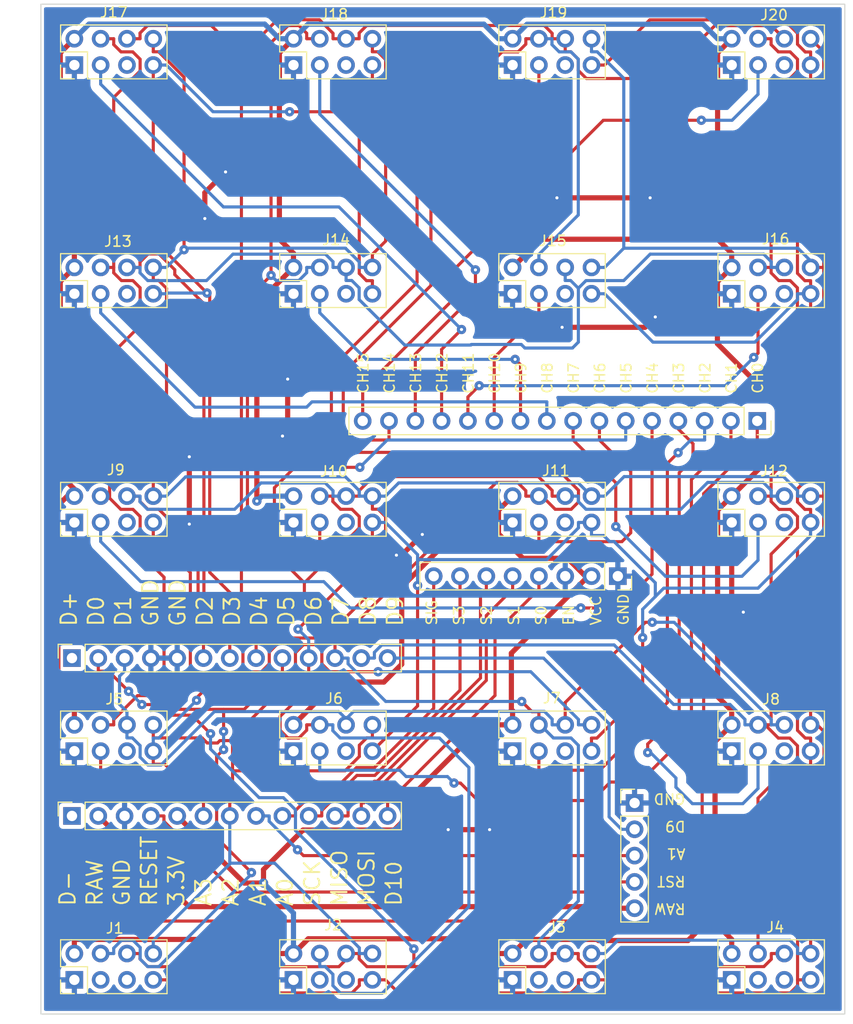
<source format=kicad_pcb>
(kicad_pcb (version 20221018) (generator pcbnew)
  (layers (0 "F.Cu" signal) (31 "B.Cu" mixed) (34 "B.Paste" user) (35 "F.Paste" user) (36 "B.SilkS" user "B.Silkscreen") (37 "F.SilkS" user "F.Silkscreen") (38 "B.Mask" user) (39 "F.Mask" user) (44 "Edge.Cuts" user))
  (net 0 "")
  (net 1 "GND")
  (net 2 "+3.3V")
  (net 3 "Net-(J1-Pin_4)")
  (net 4 "Net-(J1-Pin_6)")
  (net 5 "Net-(J1-Pin_7)")
  (net 6 "Net-(J1-Pin_8)")
  (net 7 "Net-(J10-Pin_4)")
  (net 8 "Net-(J11-Pin_4)")
  (net 9 "Net-(J12-Pin_4)")
  (net 10 "Net-(J25-Pin_1)")
  (net 11 "Net-(J22-Pin_3)")
  (net 12 "Net-(J25-Pin_2)")
  (net 13 "Net-(J25-Pin_3)")
  (net 14 "Net-(J25-Pin_4)")
  (net 15 "Net-(J25-Pin_5)")
  (net 16 "Net-(J10-Pin_6)")
  (net 17 "Net-(J10-Pin_3)")
  (net 18 "Net-(J11-Pin_3)")
  (net 19 "Net-(J12-Pin_3)")
  (net 20 "Net-(J13-Pin_3)")
  (net 21 "Net-(J13-Pin_6)")
  (net 22 "Net-(J14-Pin_3)")
  (net 23 "Net-(J15-Pin_3)")
  (net 24 "Net-(J16-Pin_3)")
  (net 25 "Net-(J17-Pin_3)")
  (net 27 "Net-(J17-Pin_6)")
  (net 28 "Net-(J18-Pin_3)")
  (net 29 "Net-(J19-Pin_3)")
  (net 30 "Net-(J20-Pin_3)")
  (net 31 "Net-(J21-Pin_2)")
  (net 32 "Net-(J21-Pin_3)")
  (net 33 "Net-(J21-Pin_4)")
  (net 36 "Net-(J23-Pin_9)")
  (net 37 "Net-(J23-Pin_10)")
  (net 38 "Net-(J23-Pin_11)")
  (net 39 "Net-(J23-Pin_12)")
  (net 40 "Net-(J23-Pin_13)")
  (net 64 "Net-(J21-Pin_5)")
  (footprint "Connector_PinHeader_2.54mm:PinHeader_2x04_P2.54mm_Vertical" (layer "F.Cu") (at 2.9 71.92 90)
    (fp_text reference "J5")
    (fp_text value "Conn_02x04_Odd_Even" hide)
  )
  (footprint "Connector_PinHeader_2.54mm:PinHeader_2x04_P2.54mm_Vertical" (layer "F.Cu") (at 66.38 94 90)
    (fp_text reference "J4")
    (fp_text value "Conn_02x04_Odd_Even" hide)
  )
  (footprint "Connector_PinHeader_2.54mm:PinHeader_2x04_P2.54mm_Vertical" (layer "F.Cu") (at 45.22 27.76 90)
    (fp_text reference "J15")
    (fp_text value "Conn_02x04_Odd_Even" hide)
  )
  (footprint "Connector_PinHeader_2.54mm:PinHeader_2x04_P2.54mm_Vertical" (layer "F.Cu") (at 45.22 5.68 90)
    (fp_text reference "J19")
    (fp_text value "Conn_02x04_Odd_Even" hide)
  )
  (footprint "Connector_PinHeader_2.54mm:PinHeader_2x04_P2.54mm_Vertical" (layer "F.Cu") (at 66.38 71.92 90)
    (fp_text reference "J8")
    (fp_text value "Conn_02x04_Odd_Even" hide)
  )
  (footprint "Connector_PinHeader_2.54mm:PinHeader_2x04_P2.54mm_Vertical" (layer "F.Cu") (at 66.38 27.76 90)
    (fp_text reference "J16")
    (fp_text value "Conn_02x04_Odd_Even" hide)
  )
  (footprint "Connector_PinHeader_2.54mm:PinHeader_2x04_P2.54mm_Vertical" (layer "F.Cu") (at 24.06 49.84 90)
    (fp_text reference "J10")
    (fp_text value "Conn_02x04_Odd_Even" hide)
  )
  (footprint "Connector_PinHeader_2.54mm:PinHeader_2x04_P2.54mm_Vertical" (layer "F.Cu") (at 2.9 94 90)
    (fp_text reference "J1")
    (fp_text value "Conn_02x04_Odd_Even" hide)
  )
  (footprint "Connector_PinSocket_2.54mm:PinSocket_1x13_P2.54mm_Vertical" (layer "F.Cu") (at 2.67 62.935 90)
    (fp_text reference "J22" hide)
    (fp_text value "Conn_01x13_Pin" hide)
  )
  (footprint "Connector_PinHeader_2.54mm:PinHeader_1x05_P2.54mm_Vertical" (layer "F.Cu") (at 57 76.925)
    (fp_text reference "J21" hide)
    (fp_text value "Conn_01x05_Pin" hide)
  )
  (footprint "Connector_PinHeader_2.54mm:PinHeader_2x04_P2.54mm_Vertical" (layer "F.Cu") (at 24.06 27.76 90)
    (fp_text reference "J14")
    (fp_text value "Conn_02x04_Odd_Even" hide)
  )
  (footprint "Connector_PinHeader_2.54mm:PinHeader_2x04_P2.54mm_Vertical" (layer "F.Cu") (at 2.9 27.76 90)
    (fp_text reference "J13")
    (fp_text value "Conn_02x04_Odd_Even" hide)
  )
  (footprint "Connector_PinHeader_2.54mm:PinHeader_2x04_P2.54mm_Vertical" (layer "F.Cu") (at 24.06 5.68 90)
    (fp_text reference "J18")
    (fp_text value "Conn_02x04_Odd_Even" hide)
  )
  (footprint "Connector_PinHeader_2.54mm:PinHeader_2x04_P2.54mm_Vertical" (layer "F.Cu") (at 66.38 49.84 90)
    (fp_text reference "J12")
    (fp_text value "Conn_02x04_Odd_Even" hide)
  )
  (footprint "Connector_PinHeader_2.54mm:PinHeader_2x04_P2.54mm_Vertical" (layer "F.Cu") (at 45.22 49.84 90)
    (fp_text reference "J11")
    (fp_text value "Conn_02x04_Odd_Even" hide)
  )
  (footprint "Connector_PinHeader_2.54mm:PinHeader_2x04_P2.54mm_Vertical" (layer "F.Cu") (at 45.22 71.92 90)
    (fp_text reference "J7")
    (fp_text value "Conn_02x04_Odd_Even" hide)
  )
  (footprint "Connector_PinSocket_2.54mm:PinSocket_1x16_P2.54mm_Vertical" (layer "F.Cu") (at 68.845 40.039 -90)
    (fp_text reference "J25" hide)
    (fp_text value "Conn_01x16_Pin" hide)
  )
  (footprint "Connector_PinHeader_2.54mm:PinHeader_2x04_P2.54mm_Vertical" (layer "F.Cu") (at 24.06 71.92 90)
    (fp_text reference "J6")
    (fp_text value "Conn_02x04_Odd_Even" hide)
  )
  (footprint "Connector_PinSocket_2.54mm:PinSocket_1x13_P2.54mm_Vertical" (layer "F.Cu") (at 2.67 78.175 90)
    (fp_text reference "J23" hide)
    (fp_text value "Conn_01x13_Pin" hide)
  )
  (footprint "Connector_PinHeader_2.54mm:PinHeader_2x04_P2.54mm_Vertical" (layer "F.Cu") (at 24.06 94 90)
    (fp_text reference "J2")
    (fp_text value "Conn_02x04_Odd_Even" hide)
  )
  (footprint "Connector_PinHeader_2.54mm:PinHeader_2x04_P2.54mm_Vertical" (layer "F.Cu") (at 45.22 94 90)
    (fp_text reference "J3")
    (fp_text value "Conn_02x04_Odd_Even" hide)
  )
  (footprint "Connector_PinHeader_2.54mm:PinHeader_2x04_P2.54mm_Vertical" (layer "F.Cu") (at 66.38 5.68 90)
    (fp_text reference "J20")
    (fp_text value "Conn_02x04_Odd_Even" hide)
  )
  (footprint "Connector_PinSocket_2.54mm:PinSocket_1x08_P2.54mm_Vertical" (layer "F.Cu") (at 55.383 55.025 -90)
    (fp_text reference "J24" hide)
    (fp_text value "Conn_01x08_Pin" hide)
  )
  (footprint "Connector_PinHeader_2.54mm:PinHeader_2x04_P2.54mm_Vertical" (layer "F.Cu") (at 2.9 5.68 90)
    (fp_text reference "J17")
    (fp_text value "Conn_02x04_Odd_Even" hide)
  )
  (footprint "Connector_PinHeader_2.54mm:PinHeader_2x04_P2.54mm_Vertical" (layer "F.Cu") (at 2.9 49.84 90)
    (fp_text reference "J9")
    (fp_text value "Conn_02x04_Odd_Even" hide)
  )
  (gr_rect locked (start -0.33 -0.2) (end 77.3 97.3) (stroke (width 0.1)) (fill none) (layer "Edge.Cuts"))
  (gr_text "SIG" (at 38.003 59.865 90) (layer "F.SilkS") (effects (font (size 1 1)) (justify left bottom)))
  (gr_text "CH2" (at 64.4 37.499 90) (layer "F.SilkS") (effects (font (size 1 1)) (justify left bottom)))
  (gr_text "CH14" (at 33.92 37.499 90) (layer "F.SilkS") (effects (font (size 1 1)) (justify left bottom)))
  (gr_text "GND" (at 13.75 60 90) (layer "F.SilkS") (effects (font (size 1.5 1.5) (thickness 0.1875)) (justify left bottom)))
  (gr_text "EN" (at 51.217285 59.865 90) (layer "F.SilkS") (effects (font (size 1 1)) (justify left bottom)))
  (gr_text "GND" (at 56.503 59.865 90) (layer "F.SilkS") (effects (font (size 1 1)) (justify left bottom)))
  (gr_text "RST" (at 62 83.89 180) (layer "F.SilkS") (effects (font (size 1 1)) (justify left bottom)))
  (gr_text "RAW" (at 5.75 87 90) (layer "F.SilkS") (effects (font (size 1.5 1.5) (thickness 0.1875)) (justify left bottom)))
  (gr_text "MISO" (at 29.375 87 90) (layer "F.SilkS") (effects (font (size 1.5 1.5) (thickness 0.1875)) (justify left bottom)))
  (gr_text "D-" (at 3.125 87 90) (layer "F.SilkS") (effects (font (size 1.5 1.5) (thickness 0.1875)) (justify left bottom)))
  (gr_text "S0" (at 48.574428 59.865 90) (layer "F.SilkS") (effects (font (size 1 1)) (justify left bottom)))
  (gr_text "A0" (at 24.125 87 90) (layer "F.SilkS") (effects (font (size 1.5 1.5) (thickness 0.1875)) (justify left bottom)))
  (gr_text "D9" (at 62 78.58 180) (layer "F.SilkS") (effects (font (size 1 1)) (justify left bottom)))
  (gr_text "CH3" (at 61.86 37.499 90) (layer "F.SilkS") (effects (font (size 1 1)) (justify left bottom)))
  (gr_text "A2" (at 18.875 87 90) (layer "F.SilkS") (effects (font (size 1.5 1.5) (thickness 0.1875)) (justify left bottom)))
  (gr_text "D8" (at 32.125 60 90) (layer "F.SilkS") (effects (font (size 1.5 1.5) (thickness 0.1875)) (justify left bottom)))
  (gr_text "D0" (at 5.875 60 90) (layer "F.SilkS") (effects (font (size 1.5 1.5) (thickness 0.1875)) (justify left bottom)))
  (gr_text "D1" (at 8.5 60 90) (layer "F.SilkS") (effects (font (size 1.5 1.5) (thickness 0.1875)) (justify left bottom)))
  (gr_text "A1" (at 62 81.235 180) (layer "F.SilkS") (effects (font (size 1 1)) (justify left bottom)))
  (gr_text "CH6" (at 54.24 37.499 90) (layer "F.SilkS") (effects (font (size 1 1)) (justify left bottom)))
  (gr_text "CH5" (at 56.78 37.499 90) (layer "F.SilkS") (effects (font (size 1 1)) (justify left bottom)))
  (gr_text "VCC" (at 53.860142 59.865 90) (layer "F.SilkS") (effects (font (size 1 1)) (justify left bottom)))
  (gr_text "D10" (at 34.625 87 90) (layer "F.SilkS") (effects (font (size 1.5 1.5) (thickness 0.1875)) (justify left bottom)))
  (gr_text "GND" (at 8.375 87 90) (layer "F.SilkS") (effects (font (size 1.5 1.5) (thickness 0.1875)) (justify left bottom)))
  (gr_text "MOSI" (at 32 87 90) (layer "F.SilkS") (effects (font (size 1.5 1.5) (thickness 0.1875)) (justify left bottom)))
  (gr_text "3.3V" (at 13.625 87 90) (layer "F.SilkS") (effects (font (size 1.5 1.5) (thickness 0.1875)) (justify left bottom)))
  (gr_text "D2" (at 16.375 60 90) (layer "F.SilkS") (effects (font (size 1.5 1.5) (thickness 0.1875)) (justify left bottom)))
  (gr_text "CH0" (at 69.48 37.499 90) (layer "F.SilkS") (effects (font (size 1 1)) (justify left bottom)))
  (gr_text "D4" (at 21.625 60 90) (layer "F.SilkS") (effects (font (size 1.5 1.5) (thickness 0.1875)) (justify left bottom)))
  (gr_text "A1" (at 21.5 87 90) (layer "F.SilkS") (effects (font (size 1.5 1.5) (thickness 0.1875)) (justify left bottom)))
  (gr_text "CH1" (at 66.94 37.499 90) (layer "F.SilkS") (effects (font (size 1 1)) (justify left bottom)))
  (gr_text "CH15" (at 31.38 37.499 90) (layer "F.SilkS") (effects (font (size 1 1)) (justify left bottom)))
  (gr_text "S2" (at 43.288714 59.865 90) (layer "F.SilkS") (effects (font (size 1 1)) (justify left bottom)))
  (gr_text "S3" (at 40.645857 59.865 90) (layer "F.SilkS") (effects (font (size 1 1)) (justify left bottom)))
  (gr_text "CH10" (at 44.08 37.499 90) (layer "F.SilkS") (effects (font (size 1 1)) (justify left bottom)))
  (gr_text "CH13" (at 36.46 37.499 90) (layer "F.SilkS") (effects (font (size 1 1)) (justify left bottom)))
  (gr_text "S1" (at 45.931571 59.865 90) (layer "F.SilkS") (effects (font (size 1 1)) (justify left bottom)))
  (gr_text "CH11" (at 41.54 37.499 90) (layer "F.SilkS") (effects (font (size 1 1)) (justify left bottom)))
  (gr_text "GND" (at 62 75.925 180) (layer "F.SilkS") (effects (font (size 1 1)) (justify left bottom)))
  (gr_text "GND" (at 11.125 60 90) (layer "F.SilkS") (effects (font (size 1.5 1.5) (thickness 0.1875)) (justify left bottom)))
  (gr_text "D6" (at 26.875 60 90) (layer "F.SilkS") (effects (font (size 1.5 1.5) (thickness 0.1875)) (justify left bottom)))
  (gr_text "D5" (at 24.25 60 90) (layer "F.SilkS") (effects (font (size 1.5 1.5) (thickness 0.1875)) (justify left bottom)))
  (gr_text "RAW" (at 62 86.545 180) (layer "F.SilkS") (effects (font (size 1 1)) (justify left bottom)))
  (gr_text "CH4" (at 59.32 37.499 90) (layer "F.SilkS") (effects (font (size 1 1)) (justify left bottom)))
  (gr_text "D9" (at 34.75 60 90) (layer "F.SilkS") (effects (font (size 1.5 1.5) (thickness 0.1875)) (justify left bottom)))
  (gr_text "D3" (at 19 60 90) (layer "F.SilkS") (effects (font (size 1.5 1.5) (thickness 0.1875)) (justify left bottom)))
  (gr_text "D7" (at 29.5 60 90) (layer "F.SilkS") (effects (font (size 1.5 1.5) (thickness 0.1875)) (justify left bottom)))
  (gr_text "CH8" (at 49.16 37.499 90) (layer "F.SilkS") (effects (font (size 1 1)) (justify left bottom)))
  (gr_text "A3" (at 16.25 87 90) (layer "F.SilkS") (effects (font (size 1.5 1.5) (thickness 0.1875)) (justify left bottom)))
  (gr_text "RESET" (at 11 87 90) (layer "F.SilkS") (effects (font (size 1.5 1.5) (thickness 0.1875)) (justify left bottom)))
  (gr_text "CH9" (at 46.62 37.499 90) (layer "F.SilkS") (effects (font (size 1 1)) (justify left bottom)))
  (gr_text "CH7" (at 51.7 37.499 90) (layer "F.SilkS") (effects (font (size 1 1)) (justify left bottom)))
  (gr_text "D+" (at 3.25 60 90) (layer "F.SilkS") (effects (font (size 1.5 1.5) (thickness 0.1875)) (justify left bottom)))
  (gr_text "SCK" (at 26.75 87 90) (layer "F.SilkS") (effects (font (size 1.5 1.5) (thickness 0.1875)) (justify left bottom)))
  (gr_text "CH12" (at 39 37.499 90) (layer "F.SilkS") (effects (font (size 1 1)) (justify left bottom)))
  (segment (start 58 31) (end 50 31) (width 0.5) (layer "F.Cu") (net 1))
  (segment (start 66.38 49.84) (end 66.38 57.38) (width 0.5) (layer "F.Cu") (net 1))
  (segment (start 58.5 18.5) (end 49.5 18.5) (width 0.5) (layer "F.Cu") (net 1))
  (segment (start 34.5 53) (end 36.5 51) (width 0.5) (layer "F.Cu") (net 1))
  (segment (start 59 30) (end 58 31) (width 0.5) (layer "F.Cu") (net 1))
  (segment (start 23.5 36) (end 23.5 41) (width 0.5) (layer "F.Cu") (net 1))
  (segment (start 43 79.5) (end 39 79.5) (width 0.5) (layer "F.Cu") (net 1))
  (segment (start 23.5 41) (end 23 41.5) (width 0.5) (layer "F.Cu") (net 1))
  (segment (start 15.5 20.5) (end 15.5 18) (width 0.5) (layer "F.Cu") (net 1))
  (segment (start 66.38 57.38) (end 67.5 58.5) (width 0.5) (layer "F.Cu") (net 1))
  (segment (start 14 50) (end 14 43.5) (width 0.5) (layer "F.Cu") (net 1))
  (segment (start 34 53) (end 34.5 53) (width 0.5) (layer "F.Cu") (net 1))
  (segment (start 15.5 18) (end 17.5 16) (width 0.5) (layer "F.Cu") (net 1))
  (via (at 49.5 18.5) (size 0.9) (drill 0.3) (layers "F.Cu" "B.Cu") (net 1))
  (via (at 15.5 20.5) (size 0.9) (drill 0.3) (layers "F.Cu" "B.Cu") (net 1))
  (via (at 23 41.5) (size 0.9) (drill 0.3) (layers "F.Cu" "B.Cu") (net 1))
  (via (at 23.5 36) (size 0.9) (drill 0.3) (layers "F.Cu" "B.Cu") (net 1))
  (via (at 50 31) (size 0.9) (drill 0.3) (layers "F.Cu" "B.Cu") (net 1))
  (via (at 67.5 58.5) (size 0.9) (drill 0.3) (layers "F.Cu" "B.Cu") (net 1))
  (via (at 59 30) (size 0.9) (drill 0.3) (layers "F.Cu" "B.Cu") (net 1))
  (via (at 58.5 18.5) (size 0.9) (drill 0.3) (layers "F.Cu" "B.Cu") (net 1))
  (via (at 14 43.5) (size 0.9) (drill 0.3) (layers "F.Cu" "B.Cu") (net 1))
  (via (at 14 50) (size 0.9) (drill 0.3) (layers "F.Cu" "B.Cu") (net 1))
  (via (at 43 79.5) (size 0.9) (drill 0.3) (layers "F.Cu" "B.Cu") (net 1))
  (via (at 39 79.5) (size 0.9) (drill 0.3) (layers "F.Cu" "B.Cu") (net 1))
  (via (at 17.5 16) (size 0.9) (drill 0.3) (layers "F.Cu" "B.Cu") (net 1))
  (via (at 36.5 51) (size 0.9) (drill 0.3) (layers "F.Cu" "B.Cu") (net 1))
  (via (at 34 53) (size 0.9) (drill 0.3) (layers "F.Cu" "B.Cu") (net 1))
  (segment (start 43.8581 91.46) (end 42.431 90.0329) (width 0.5) (layer "F.Cu") (net 2))
  (segment (start 43.8581 50.942) (end 43.8581 48.6619) (width 0.5) (layer "F.Cu") (net 2))
  (segment (start 65.0181 66.6562) (end 65.0181 48.6619) (width 0.5) (layer "F.Cu") (net 2))
  (segment (start 1.5381 45.2571) (end 1.5381 26.5819) (width 0.5) (layer "F.Cu") (net 2))
  (segment (start 1.5381 4.5019) (end 2.9 3.14) (width 0.5) (layer "F.Cu") (net 2))
  (segment (start 64.7688 70.9912) (end 66.38 69.38) (width 0.5) (layer "F.Cu") (net 2))
  (segment (start 64.3225 88.0406) (end 66.38 90.0981) (width 0.5) (layer "F.Cu") (net 2))
  (segment (start 50.5223 53.2995) (end 46.2156 53.2995) (width 0.5) (layer "F.Cu") (net 2))
  (segment (start 65.0181 48.6619) (end 66.38 47.3) (width 0.5) (layer "F.Cu") (net 2))
  (segment (start 62.159 90.2041) (end 64.3225 88.0406) (width 0.5) (layer "F.Cu") (net 2))
  (segment (start 46.2156 53.2995) (end 43.8581 50.942) (width 0.5) (layer "F.Cu") (net 2))
  (segment (start 22.6981 4.5019) (end 24.06 3.14) (width 0.5) (layer "F.Cu") (net 2))
  (segment (start 52.3914 55.1685) (end 50.5223 53.2995) (width 0.5) (layer "F.Cu") (net 2))
  (segment (start 43.8581 48.6619) (end 45.22 47.3) (width 0.5) (layer "F.Cu") (net 2))
  (segment (start 66.38 90.0981) (end 66.38 91.46) (width 0.5) (layer "F.Cu") (net 2))
  (segment (start 20.524 28.756) (end 20.524 47.7768) (width 0.5) (layer "F.Cu") (net 2))
  (segment (start 39.6344 50.942) (end 34.5151 56.0613) (width 0.5) (layer "F.Cu") (net 2))
  (segment (start 64.7688 87.5943) (end 64.7688 70.9912) (width 0.5) (layer "F.Cu") (net 2))
  (segment (start 45.1013 67.8994) (end 45.22 68.0181) (width 0.5) (layer "F.Cu") (net 2))
  (segment (start 65.0181 22.4962) (end 66.38 23.8581) (width 0.5) (layer "F.Cu") (net 2))
  (segment (start 1.3081 66.4262) (end 2.9 68.0181) (width 0.5) (layer "F.Cu") (net 2))
  (segment (start 53.4041 90.0981) (end 53.5101 90.2041) (width 0.5) (layer "F.Cu") (net 2))
  (segment (start 65.0181 4.5019) (end 65.0181 22.4962) (width 0.5) (layer "F.Cu") (net 2))
  (segment (start 1.5381 26.5819) (end 2.9 25.22) (width 0.5) (layer "F.Cu") (net 2))
  (segment (start 21.1669 84.6552) (end 19.3102 84.6552) (width 0.5) (layer "F.Cu") (net 2))
  (segment (start 34.5151 56.0613) (end 34.5151 63.528) (width 0.5) (layer "F.Cu") (net 2))
  (segment (start 35.3209 77.9991) (end 33.7831 79.5369) (width 0.5) (layer "F.Cu") (net 2))
  (segment (start 70.7869 42.8931) (end 70.7869 38.3693) (width 0.5) (layer "F.Cu") (net 2))
  (segment (start 1.3081 48.2109) (end 1.3081 66.4262) (width 0.5) (layer "F.Cu") (net 2))
  (segment (start 52.3914 55.1685) (end 45.1013 62.4586) (width 0.5) (layer "F.Cu") (net 2))
  (segment (start 47.9438 22.4962) (end 45.22 25.22) (width 0.5) (layer "F.Cu") (net 2))
  (segment (start 1.5381 22.4962) (end 1.5381 4.5019) (width 0.5) (layer "F.Cu") (net 2))
  (segment (start 28.1907 65.2493) (end 24.06 69.38) (width 0.5) (layer "F.Cu") (net 2))
  (segment (start 45.22 91.46) (end 46.5819 90.0981) (width 0.5) (layer "F.Cu") (net 2))
  (segment (start 2.9 90.0981) (end 2.9 91.46) (width 0.5) (layer "F.Cu") (net 2))
  (segment (start 24.06 25.22) (end 20.524 28.756) (width 0.5) (layer "F.Cu") (net 2))
  (segment (start 42.3761 69.38) (end 35.3209 76.4352) (width 0.5) (layer "F.Cu") (net 2))
  (segment (start 42.431 90.0329) (end 25.4871 90.0329) (width 0.5) (layer "F.Cu") (net 2))
  (segment (start 52.5349 55.025) (end 52.3914 55.1685) (width 0.5) (layer "F.Cu") (net 2))
  (segment (start 19.3102 84.6552) (end 12.83 78.175) (width 0.5) (layer "F.Cu") (net 2))
  (segment (start 45.22 91.46) (end 43.8581 91.46) (width 0.5) (layer "F.Cu") (net 2))
  (segment (start 24.9792 79.5369) (end 21.1669 83.3492) (width 0.5) (layer "F.Cu") (net 2))
  (segment (start 66.38 69.38) (end 66.38 68.0181) (width 0.5) (layer "F.Cu") (net 2))
  (segment (start 2.9 68.0181) (end 2.9 69.38) (width 0.5) (layer "F.Cu") (net 2))
  (segment (start 2.9 46.619) (end 1.3081 48.2109) (width 0.5) (layer "F.Cu") (net 2))
  (segment (start 64.3225 88.0406) (end 64.7688 87.5943) (width 0.5) (layer "F.Cu") (net 2))
  (segment (start 21.3362 90.0981) (end 2.9 90.0981) (width 0.5) (layer "F.Cu") (net 2))
  (segment (start 66.38 68.0181) (end 65.0181 66.6562) (width 0.5) (layer "F.Cu") (net 2))
  (segment (start 24.06 25.22) (end 24.06 23.8581) (width 0.5) (layer "F.Cu") (net 2))
  (segment (start 64.9982 32.5806) (end 64.9982 26.6018) (width 0.5) (layer "F.Cu") (net 2))
  (segment (start 43.8581 50.942) (end 39.6344 50.942) (width 0.5) (layer "F.Cu") (net 2))
  (segment (start 66.38 3.14) (end 65.0181 4.5019) (width 0.5) (layer "F.Cu") (net 2))
  (segment (start 46.5819 90.0981) (end 53.4041 90.0981) (width 0.5) (layer "F.Cu") (net 2))
  (segment (start 25.4871 90.0329) (end 24.06 91.46) (width 0.5) (layer "F.Cu") (net 2))
  (segment (start 21.1669 83.3492) (end 21.1669 84.6552) (width 0.5) (layer "F.Cu") (net 2))
  (segment (start 45.22 69.38) (end 42.3761 69.38) (width 0.5) (layer "F.Cu") (net 2))
  (segment (start 24.06 23.8581) (end 22.6981 22.4962) (width 0.5) (layer "F.Cu") (net 2))
  (segment (start 66.38 23.8581) (end 66.38 25.22) (width 0.5) (layer "F.Cu") (net 2))
  (segment (start 22.6981 22.4962) (end 22.6981 4.5019) (width 0.5) (layer "F.Cu") (net 2))
  (segment (start 2.9 25.22) (end 2.9 23.8581) (width 0.5) (layer "F.Cu") (net 2))
  (segment (start 35.3209 76.4352) (end 35.3209 77.9991) (width 0.5) (layer "F.Cu") (net 2))
  (segment (start 2.9 23.8581) (end 1.5381 22.4962) (width 0.5) (layer "F.Cu") (net 2))
  (segment (start 70.7869 38.3693) (end 64.9982 32.5806) (width 0.5) (layer "F.Cu") (net 2))
  (segment (start 45.22 68.0181) (end 45.22 69.38) (width 0.5) (layer "F.Cu") (net 2))
  (segment (start 24.06 91.46) (end 22.6981 91.46) (width 0.5) (layer "F.Cu") (net 2))
  (segment (start 45.1013 62.4586) (end 45.1013 67.8994) (width 0.5) (layer "F.Cu") (net 2))
  (segment (start 53.5101 90.2041) (end 62.159 90.2041) (width 0.5) (layer "F.Cu") (net 2))
  (segment (start 33.7831 79.5369) (end 24.9792 79.5369) (width 0.5) (layer "F.Cu") (net 2))
  (segment (start 2.9 46.619) (end 1.5381 45.2571) (width 0.5) (layer "F.Cu") (net 2))
  (segment (start 22.6981 91.46) (end 21.3362 90.0981) (width 0.5) (layer "F.Cu") (net 2))
  (segment (start 52.843 55.025) (end 52.5349 55.025) (width 0.5) (layer "F.Cu") (net 2))
  (segment (start 2.9 47.3) (end 2.9 46.619) (width 0.5) (layer "F.Cu") (net 2))
  (segment (start 34.5151 63.528) (end 32.7938 65.2493) (width 0.5) (layer "F.Cu") (net 2))
  (segment (start 65.0181 22.4962) (end 47.9438 22.4962) (width 0.5) (layer "F.Cu") (net 2))
  (segment (start 66.38 47.3) (end 70.7869 42.8931) (width 0.5) (layer "F.Cu") (net 2))
  (segment (start 64.9982 26.6018) (end 66.38 25.22) (width 0.5) (layer "F.Cu") (net 2))
  (segment (start 32.7938 65.2493) (end 28.1907 65.2493) (width 0.5) (layer "F.Cu") (net 2))
  (via (at 20.524 47.7768) (size 0.9) (drill 0.3) (layers "F.Cu" "B.Cu") (net 2))
  (via (at 21.1669 84.6552) (size 0.9) (drill 0.3) (layers "F.Cu" "B.Cu") (net 2))
  (segment (start 25.4695 1.7305) (end 24.06 3.14) (width 0.5) (layer "B.Cu") (net 2))
  (segment (start 4.3131 1.7269) (end 2.9 3.14) (width 0.5) (layer "B.Cu") (net 2))
  (segment (start 24.06 3.14) (end 22.6981 3.14) (width 0.5) (layer "B.Cu") (net 2))
  (segment (start 21.0008 47.3) (end 20.524 47.7768) (width 0.5) (layer "B.Cu") (net 2))
  (segment (start 65.0181 3.14) (end 66.38 3.14) (width 0.5) (layer "B.Cu") (net 2))
  (segment (start 45.22 3.14) (end 46.6206 1.7394) (width 0.5) (layer "B.Cu") (net 2))
  (segment (start 21.285 1.7269) (end 4.3131 1.7269) (width 0.5) (layer "B.Cu") (net 2))
  (segment (start 24.06 91.46) (end 24.06 87.5483) (width 0.5) (layer "B.Cu") (net 2))
  (segment (start 24.06 47.3) (end 21.0008 47.3) (width 0.5) (layer "B.Cu") (net 2))
  (segment (start 24.06 87.5483) (end 21.1669 84.6552) (width 0.5) (layer "B.Cu") (net 2))
  (segment (start 22.6981 3.14) (end 21.285 1.7269) (width 0.5) (layer "B.Cu") (net 2))
  (segment (start 43.8581 3.14) (end 42.4486 1.7305) (width 0.5) (layer "B.Cu") (net 2))
  (segment (start 45.22 3.14) (end 43.8581 3.14) (width 0.5) (layer "B.Cu") (net 2))
  (segment (start 63.6175 1.7394) (end 65.0181 3.14) (width 0.5) (layer "B.Cu") (net 2))
  (segment (start 42.4486 1.7305) (end 25.4695 1.7305) (width 0.5) (layer "B.Cu") (net 2))
  (segment (start 46.6206 1.7394) (end 63.6175 1.7394) (width 0.5) (layer "B.Cu") (net 2))
  (segment (start 9.25 27.1879) (end 8.5521 26.49) (width 0.3) (layer "F.Cu") (net 3))
  (segment (start 5.44 25.22) (end 6.7019 25.22) (width 0.3) (layer "F.Cu") (net 3))
  (segment (start 17.3128 71.7627) (end 16.64 72.4355) (width 0.3) (layer "F.Cu") (net 3))
  (segment (start 9.2501 52.8174) (end 11.56 55.1273) (width 0.3) (layer "F.Cu") (net 3))
  (segment (start 6.3055 47.4952) (end 7.3834 48.5731) (width 0.3) (layer "F.Cu") (net 3))
  (segment (start 9.25 5.1169) (end 9.25 6.2565) (width 0.3) (layer "F.Cu") (net 3))
  (segment (start 22.99 64.1969) (end 19.3067 67.8802) (width 0.3) (layer "F.Cu") (net 3))
  (segment (start 6.3055 33.7857) (end 9.25 30.8412) (width 0.3) (layer "F.Cu") (net 3))
  (segment (start 7.4059 4.41) (end 8.5431 4.41) (width 0.3) (layer "F.Cu") (net 3))
  (segment (start 9.25 6.2565) (end 6.7019 8.8046) (width 0.3) (layer "F.Cu") (net 3))
  (segment (start 22.99 62.935) (end 22.99 64.1969) (width 0.3) (layer "F.Cu") (net 3))
  (segment (start 6.3055 47.3) (end 6.3055 33.7857) (width 0.3) (layer "F.Cu") (net 3))
  (segment (start 12.8813 67.8802) (end 11.56 66.5589) (width 0.3) (layer "F.Cu") (net 3))
  (segment (start 8.5571 48.5731) (end 9.2501 49.2661) (width 0.3) (layer "F.Cu") (net 3))
  (segment (start 6.7019 69.38) (end 6.7019 68.8611) (width 0.3) (layer "F.Cu") (net 3))
  (segment (start 6.7019 3.706) (end 7.4059 4.41) (width 0.3) (layer "F.Cu") (net 3))
  (segment (start 6.3055 47.3) (end 6.3055 47.4952) (width 0.3) (layer "F.Cu") (net 3))
  (segment (start 8.5521 26.49) (end 7.449 26.49) (width 0.3) (layer "F.Cu") (net 3))
  (segment (start 16.64 80.2831) (end 19.9997 83.6428) (width 0.3) (layer "F.Cu") (net 3))
  (segment (start 5.44 3.14) (end 6.7019 3.14) (width 0.3) (layer "F.Cu") (net 3))
  (segment (start 7.449 26.49) (end 6.7019 25.7429) (width 0.3) (layer "F.Cu") (net 3))
  (segment (start 6.7019 3.14) (end 6.7019 3.706) (width 0.3) (layer "F.Cu") (net 3))
  (segment (start 17.3128 67.8802) (end 12.8813 67.8802) (width 0.3) (layer "F.Cu") (net 3))
  (segment (start 8.5431 4.41) (end 9.25 5.1169) (width 0.3) (layer "F.Cu") (net 3))
  (segment (start 5.44 69.38) (end 6.7019 69.38) (width 0.3) (layer "F.Cu") (net 3))
  (segment (start 7.3834 48.5731) (end 8.5571 48.5731) (width 0.3) (layer "F.Cu") (net 3))
  (segment (start 5.44 47.3) (end 6.3055 47.3) (width 0.3) (layer "F.Cu") (net 3))
  (segment (start 6.7019 68.8611) (end 9.0041 66.5589) (width 0.3) (layer "F.Cu") (net 3))
  (segment (start 6.7019 25.7429) (end 6.7019 25.22) (width 0.3) (layer "F.Cu") (net 3))
  (segment (start 6.7019 8.8046) (end 6.7019 25.22) (width 0.3) (layer "F.Cu") (net 3))
  (segment (start 17.3128 67.8802) (end 17.3128 70.015) (width 0.3) (layer "F.Cu") (net 3))
  (segment (start 19.3067 67.8802) (end 17.3128 67.8802) (width 0.3) (layer "F.Cu") (net 3))
  (segment (start 9.2501 49.2661) (end 9.2501 52.8174) (width 0.3) (layer "F.Cu") (net 3))
  (segment (start 9.25 30.8412) (end 9.25 27.1879) (width 0.3) (layer "F.Cu") (net 3))
  (segment (start 9.0041 66.5589) (end 11.56 66.5589) (width 0.3) (layer "F.Cu") (net 3))
  (segment (start 11.56 55.1273) (end 11.56 66.5589) (width 0.3) (layer "F.Cu") (net 3))
  (segment (start 16.64 72.4355) (end 16.64 80.2831) (width 0.3) (layer "F.Cu") (net 3))
  (via (at 19.9997 83.6428) (size 0.9) (drill 0.3) (layers "F.Cu" "B.Cu") (net 3))
  (via (at 17.3128 70.015) (size 0.9) (drill 0.3) (layers "F.Cu" "B.Cu") (net 3))
  (via (at 17.3128 71.7627) (size 0.9) (drill 0.3) (layers "F.Cu" "B.Cu") (net 3))
  (segment (start 8.559 90.1784) (end 9.2581 90.8775) (width 0.3) (layer "B.Cu") (net 3))
  (segment (start 17.3128 70.015) (end 17.3128 71.7627) (width 0.3) (layer "B.Cu") (net 3))
  (segment (start 9.2581 92.0033) (end 9.9767 92.7219) (width 0.3) (layer "B.Cu") (net 3))
  (segment (start 6.7019 91.46) (end 6.7019 90.9371) (width 0.3) (layer "B.Cu") (net 3))
  (segment (start 19.9997 83.7842) (end 19.9997 83.6428) (width 0.3) (layer "B.Cu") (net 3))
  (segment (start 9.2581 90.8775) (end 9.2581 92.0033) (width 0.3) (layer "B.Cu") (net 3))
  (segment (start 6.7019 90.9371) (end 7.4606 90.1784) (width 0.3) (layer "B.Cu") (net 3))
  (segment (start 9.9767 92.7219) (end 11.062 92.7219) (width 0.3) (layer "B.Cu") (net 3))
  (segment (start 5.44 91.46) (end 6.7019 91.46) (width 0.3) (layer "B.Cu") (net 3))
  (segment (start 11.062 92.7219) (end 19.9997 83.7842) (width 0.3) (layer "B.Cu") (net 3))
  (segment (start 7.4606 90.1784) (end 8.559 90.1784) (width 0.3) (layer "B.Cu") (net 3))
  (segment (start 5.21 62.935) (end 5.21 64.1969) (width 0.3) (layer "F.Cu") (net 4))
  (segment (start 7.98 91.46) (end 9.2419 91.46) (width 0.3) (layer "F.Cu") (net 4))
  (segment (start 11.7804 68.4478) (end 10.7574 67.4248) (width 0.3) (layer "F.Cu") (net 4))
  (segment (start 9.2419 91.9829) (end 9.989 92.73) (width 0.3) (layer "F.Cu") (net 4))
  (segment (start 5.21 64.1969) (end 6.1942 64.1969) (width 0.3) (layer "F.Cu") (net 4))
  (segment (start 49.0381 92.0121) (end 49.0381 91.46) (width 0.3) (layer "F.Cu") (net 4))
  (segment (start 52.3009 92.7219) (end 69.4884 92.7219) (width 0.3) (layer "F.Cu") (net 4))
  (segment (start 35.6856 91.0159) (end 35.6856 92.7202) (width 0.3) (layer "F.Cu") (net 4))
  (segment (start 70.1981 92.0122) (end 70.1981 91.46) (width 0.3) (layer "F.Cu") (net 4))
  (segment (start 10.7574 67.4248) (end 9.4221 67.4248) (width 0.3) (layer "F.Cu") (net 4))
  (segment (start 48.3283 92.7219) (end 49.0381 92.0121) (width 0.3) (layer "F.Cu") (net 4))
  (segment (start 30.4019 91.9829) (end 30.4019 91.46) (width 0.3) (layer "F.Cu") (net 4))
  (segment (start 16.0501 70.2377) (end 14.2602 68.4478) (width 0.3) (layer "F.Cu") (net 4))
  (segment (start 35.6758 92.73) (end 31.149 92.73) (width 0.3) (layer "F.Cu") (net 4))
  (segment (start 69.4884 92.7219) (end 70.1981 92.0122) (width 0.3) (layer "F.Cu") (net 4))
  (segment (start 35.6856 92.7202) (end 35.6873 92.7219) (width 0.3) (layer "F.Cu") (net 4))
  (segment (start 14.2602 68.4478) (end 11.7804 68.4478) (width 0.3) (layer "F.Cu") (net 4))
  (segment (start 28.447 92.73) (end 29.717 91.46) (width 0.3) (layer "F.Cu") (net 4))
  (segment (start 29.14 91.46) (end 29.717 91.46) (width 0.3) (layer "F.Cu") (net 4))
  (segment (start 51.5619 91.46) (end 51.5619 91.9829) (width 0.3) (layer "F.Cu") (net 4))
  (segment (start 9.2419 91.46) (end 9.2419 91.9829) (width 0.3) (layer "F.Cu") (net 4))
  (segment (start 6.1942 64.1969) (end 8.1394 66.1421) (width 0.3) (layer "F.Cu") (net 4))
  (segment (start 30.4019 91.46) (end 29.717 91.46) (width 0.3) (layer "F.Cu") (net 4))
  (segment (start 35.6856 92.7202) (end 35.6758 92.73) (width 0.3) (layer "F.Cu") (net 4))
  (segment (start 50.3 91.46) (end 51.5619 91.46) (width 0.3) (layer "F.Cu") (net 4))
  (segment (start 70.1981 91.46) (end 71.46 91.46) (width 0.3) (layer "F.Cu") (net 4))
  (segment (start 9.989 92.73) (end 28.447 92.73) (width 0.3) (layer "F.Cu") (net 4))
  (segment (start 51.5619 91.9829) (end 52.3009 92.7219) (width 0.3) (layer "F.Cu") (net 4))
  (segment (start 49.0381 91.46) (end 50.3 91.46) (width 0.3) (layer "F.Cu") (net 4))
  (segment (start 35.6873 92.7219) (end 48.3283 92.7219) (width 0.3) (layer "F.Cu") (net 4))
  (segment (start 31.149 92.73) (end 30.4019 91.9829) (width 0.3) (layer "F.Cu") (net 4))
  (via (at 9.4221 67.4248) (size 0.9) (drill 0.3) (layers "F.Cu" "B.Cu") (net 4))
  (via (at 16.0501 70.2377) (size 0.9) (drill 0.3) (layers "F.Cu" "B.Cu") (net 4))
  (via (at 35.6856 91.0159) (size 0.9) (drill 0.3) (layers "F.Cu" "B.Cu") (net 4))
  (via (at 8.1394 66.1421) (size 0.9) (drill 0.3) (layers "F.Cu" "B.Cu") (net 4))
  (segment (start 24.2519 79.5822) (end 35.6856 91.0159) (width 0.3) (layer "B.Cu") (net 4))
  (segment (start 23.0823 76.4119) (end 24.2519 77.5815) (width 0.3) (layer "B.Cu") (net 4))
  (segment (start 20.7432 76.4119) (end 23.0823 76.4119) (width 0.3) (layer "B.Cu") (net 4))
  (segment (start 24.2519 77.5815) (end 24.2519 79.5822) (width 0.3) (layer "B.Cu") (net 4))
  (segment (start 16.0501 70.2377) (end 16.0501 71.7188) (width 0.3) (layer "B.Cu") (net 4))
  (segment (start 16.0501 71.7188) (end 20.7432 76.4119) (width 0.3) (layer "B.Cu") (net 4))
  (segment (start 8.1394 66.1421) (end 9.4221 67.4248) (width 0.3) (layer "B.Cu") (net 4))
  (segment (start 30.41 25.7964) (end 30.41 10.1907) (width 0.3) (layer "F.Cu") (net 5))
  (segment (start 52.84 94) (end 51.5781 94) (width 0.3) (layer "F.Cu") (net 5))
  (segment (start 73.4771 70.6581) (end 74 70.6581) (width 0.3) (layer "F.Cu") (net 5))
  (segment (start 72.73 52.3719) (end 72.73 69.911) (width 0.3) (layer "F.Cu") (net 5))
  (segment (start 54.1019 5.68) (end 58.4657 1.3162) (width 0.3) (layer "F.Cu") (net 5))
  (segment (start 74 49.84) (end 74 51.1019) (width 0.3) (layer "F.Cu") (net 5))
  (segment (start 72.73 69.911) (end 73.4771 70.6581) (width 0.3) (layer "F.Cu") (net 5))
  (segment (start 50.8391 95.2619) (end 34.2038 95.2619) (width 0.3) (layer "F.Cu") (net 5))
  (segment (start 31.68 26.4981) (end 31.1117 26.4981) (width 0.3) (layer "F.Cu") (net 5))
  (segment (start 13.0438 95.2619) (end 11.7819 94) (width 0.3) (layer "F.Cu") (net 5))
  (segment (start 14.7039 67.0128) (end 14.7039 66.7768) (width 0.3) (layer "F.Cu") (net 5))
  (segment (start 32.9419 94) (end 31.68 94) (width 0.3) (layer "F.Cu") (net 5))
  (segment (start 15.7445 65.7362) (end 17.7156 65.7362) (width 0.3) (layer "F.Cu") (net 5))
  (segment (start 10.52 49.84) (end 10.52 51.1019) (width 0.3) (layer "F.Cu") (net 5))
  (segment (start 72.73 46.5936) (end 72.73 47.8654) (width 0.3) (layer "F.Cu") (net 5))
  (segment (start 10.52 51.1019) (end 14.1 54.6819) (width 0.3) (layer "F.Cu") (net 5))
  (segment (start 14.7039 66.7768) (end 15.7445 65.7362) (width 0.3) (layer "F.Cu") (net 5))
  (segment (start 72.7381 94.5522) (end 72.0284 95.2619) (width 0.3) (layer "F.Cu") (net 5))
  (segment (start 72.7381 74.4438) (end 72.7381 94) (width 0.3) (layer "F.Cu") (net 5))
  (segment (start 19.18 64.2718) (end 19.18 57.8676) (width 0.3) (layer "F.Cu") (net 5))
  (segment (start 31.68 27.76) (end 31.68 26.4981) (width 0.3) (layer "F.Cu") (net 5))
  (segment (start 72.73 47.8654) (end 73.4427 48.5781) (width 0.3) (layer "F.Cu") (net 5))
  (segment (start 72.73 2.6151) (end 72.73 3.671) (width 0.3) (layer "F.Cu") (net 5))
  (segment (start 11.6388 73.1819) (end 15.37 76.9131) (width 0.3) (layer "F.Cu") (net 5))
  (segment (start 26.5 60.82174) (end 26.5 58.1309) (width 0.3) (layer "F.Cu") (net 5))
  (segment (start 74 51.1019) (end 72.73 52.3719) (width 0.3) (layer "F.Cu") (net 5))
  (segment (start 55.3638 95.2619) (end 54.1019 94) (width 0.3) (layer "F.Cu") (net 5))
  (segment (start 74 26.4981) (end 73.4397 26.4981) (width 0.3) (layer "F.Cu") (net 5))
  (segment (start 52.84 5.68) (end 54.1019 5.68) (width 0.3) (layer "F.Cu") (net 5))
  (segment (start 15.71 27.692) (end 10.52 22.502) (width 0.3) (layer "F.Cu") (net 5))
  (segment (start 29.7084 95.2619) (end 13.0438 95.2619) (width 0.3) (layer "F.Cu") (net 5))
  (segment (start 30.4181 94.5522) (end 29.7084 95.2619) (width 0.3) (layer "F.Cu") (net 5))
  (segment (start 31.68 94) (end 30.4181 94) (width 0.3) (layer "F.Cu") (net 5))
  (segment (start 53.3629 70.6581) (end 57.7797 66.2413) (width 0.3) (layer "F.Cu") (net 5))
  (segment (start 11.7819 94) (end 10.52 94) (width 0.3) (layer "F.Cu") (net 5))
  (segment (start 30.41 10.1907) (end 23.6841 10.1907) (width 0.3) (layer "F.Cu") (net 5))
  (segment (start 73.4771 4.4181) (end 74 4.4181) (width 0.3) (layer "F.Cu") (net 5))
  (segment (start 36.0442 67.5558) (end 36.0442 55.9233) (width 0.3) (layer "F.Cu") (net 5))
  (segment (start 74 70.6581) (end 74 71.92) (width 0.3) (layer "F.Cu") (net 5))
  (segment (start 14.1 64.0917) (end 15.7445 65.7362) (width 0.3) (layer "F.Cu") (net 5))
  (segment (start 15.37 76.9131) (end 15.37 78.175) (width 0.3) (layer "F.Cu") (net 5))
  (segment (start 31.1117 26.4981) (end 30.41 25.7964) (width 0.3) (layer "F.Cu") (net 5))
  (segment (start 58.4657 1.3162) (end 71.4311 1.3162) (width 0.3) (layer "F.Cu") (net 5))
  (segment (start 74 94) (end 72.7381 94) (width 0.3) (layer "F.Cu") (net 5))
  (segment (start 74 73.1819) (end 72.7381 74.4438) (width 0.3) (layer "F.Cu") (net 5))
  (segment (start 72.7381 94) (end 72.7381 94.5522) (width 0.3) (layer "F.Cu") (net 5))
  (segment (start 31.68 6.9419) (end 30.41 8.2119) (width 0.3) (layer "F.Cu") (net 5))
  (segment (start 72.728 25.7864) (end 72.728 22.0594) (width 0.3) (layer "F.Cu") (net 5))
  (segment (start 74 20.7874) (end 74 5.68) (width 0.3) (layer "F.Cu") (net 5))
  (segment (start 15.9734 27.9554) (end 15.71 27.692) (width 0.3) (layer "F.Cu") (net 5))
  (segment (start 74 45.3236) (end 72.73 46.5936) (width 0.3) (layer "F.Cu") (net 5))
  (segment (start 52.84 71.92) (end 52.84 70.6581) (width 0.3) (layer "F.Cu") (net 5))
  (segment (start 51.5781 94) (end 51.5781 94.5229) (width 0.3) (layer "F.Cu") (net 5))
  (segment (start 10.52 22.502) (end 10.52 5.68) (width 0.3) (layer "F.Cu") (net 5))
  (segment (start 26.5 58.1309) (end 31.68 52.9509) (width 0.3) (layer "F.Cu") (net 5))
  (segment (start 31.68 5.68) (end 31.68 6.9419) (width 0.3) (layer "F.Cu") (net 5))
  (segment (start 31.68 71.92) (end 36.0442 67.5558) (width 0.3) (layer "F.Cu") (net 5))
  (segment (start 10.52 73.1819) (end 11.6388 73.1819) (width 0.3) (layer "F.Cu") (net 5))
  (segment (start 23.0758 61) (end 26.32174 61) (width 0.3) (layer "F.Cu") (net 5))
  (segment (start 57.7797 66.2413) (end 57.7797 60.9636) (width 0.3) (layer "F.Cu") (net 5))
  (segment (start 51.5781 94.5229) (end 50.8391 95.2619) (width 0.3) (layer "F.Cu") (net 5))
  (segment (start 71.4311 1.3162) (end 72.73 2.6151) (width 0.3) (layer "F.Cu") (net 5))
  (segment (start 26.32174 61) (end 26.5 60.82174) (width 0.3) (layer "F.Cu") (net 5))
  (segment (start 74 71.92) (end 74 73.1819) (width 0.3) (layer "F.Cu") (net 5))
  (segment (start 52.84 70.6581) (end 53.3629 70.6581) (width 0.3) (layer "F.Cu") (net 5))
  (segment (start 10.52 71.92) (end 10.52 73.1819) (width 0.3) (layer "F.Cu") (net 5))
  (segment (start 34.2038 95.2619) (end 32.9419 94) (width 0.3) (layer "F.Cu") (net 5))
  (segment (start 74 48.5781) (end 74 49.84) (width 0.3) (layer "F.Cu") (net 5))
  (segment (start 72.728 22.0594) (end 74 20.7874) (width 0.3) (layer "F.Cu") (net 5))
  (segment (start 14.1 54.6819) (end 14.1 64.0917) (width 0.3) (layer "F.Cu") (net 5))
  (segment (start 17.7156 65.7362) (end 19.18 64.2718) (width 0.3) (layer "F.Cu") (net 5))
  (segment (start 20.9456 64.2718) (end 21.72 63.4974) (width 0.3) (layer "F.Cu") (net 5))
  (segment (start 73.4397 26.4981) (end 72.728 25.7864) (width 0.3) (layer "F.Cu") (net 5))
  (segment (start 54.1019 94) (end 52.84 94) (width 0.3) (layer "F.Cu") (net 5))
  (segment (start 72.73 3.671) (end 73.4771 4.4181) (width 0.3) (layer "F.Cu") (net 5))
  (segment (start 15.9734 54.661) (end 15.9734 27.9554) (width 0.3) (layer "F.Cu") (net 5))
  (segment (start 73.4427 48.5781) (end 74 48.5781) (width 0.3) (layer "F.Cu") (net 5))
  (segment (start 74 4.4181) (end 74 5.68) (width 0.3) (layer "F.Cu") (net 5))
  (segment (start 30.41 8.2119) (end 30.41 10.1907) (width 0.3) (layer "F.Cu") (net 5))
  (segment (start 74 27.76) (end 74 26.4981) (width 0.3) (layer "F.Cu") (net 5))
  (segment (start 21.72 63.4974) (end 21.72 62.3558) (width 0.3) (layer "F.Cu") (net 5))
  (segment (start 74 27.76) (end 74 45.3236) (width 0.3) (layer "F.Cu") (net 5))
  (segment (start 21.72 62.3558) (end 23.0758 61) (width 0.3) (layer "F.Cu") (net 5))
  (segment (start 72.0284 95.2619) (end 55.3638 95.2619) (width 0.3) (layer "F.Cu") (net 5))
  (segment (start 19.18 64.2718) (end 20.9456 64.2718) (width 0.3) (layer "F.Cu") (net 5))
  (segment (start 19.18 57.8676) (end 15.9734 54.661) (width 0.3) (layer "F.Cu") (net 5))
  (segment (start 31.68 52.9509) (end 31.68 49.84) (width 0.3) (layer "F.Cu") (net 5))
  (segment (start 30.4181 94) (end 30.4181 94.5522) (width 0.3) (layer "F.Cu") (net 5))
  (via (at 15.71 27.692) (size 0.9) (drill 0.3) (layers "F.Cu" "B.Cu") (net 5))
  (via (at 36.0442 55.9233) (size 0.9) (drill 0.3) (layers "F.Cu" "B.Cu") (net 5))
  (via (at 14.7039 67.0128) (size 0.9) (drill 0.3) (layers "F.Cu" "B.Cu") (net 5))
  (via (at 23.6841 10.1907) (size 0.9) (drill 0.3) (layers "F.Cu" "B.Cu") (net 5))
  (via (at 57.7797 60.9636) (size 0.9) (drill 0.3) (layers "F.Cu" "B.Cu") (net 5))
  (segment (start 55.012896 51.6812) (end 59 55.668304) (width 0.3) (layer "B.Cu") (net 5))
  (segment (start 10.52 70.6581) (end 11.0586 70.6581) (width 0.3) (layer "B.Cu") (net 5))
  (segment (start 11.0586 70.6581) (end 14.7039 67.0128) (width 0.3) (layer "B.Cu") (net 5))
  (segment (start 57.7797 58.2203) (end 59 57) (width 0.3) (layer "B.Cu") (net 5))
  (segment (start 16.2926 10.1907) (end 23.6841 10.1907) (width 0.3) (layer "B.Cu") (net 5))
  (segment (start 57.7797 60.9636) (end 57.7797 58.2203) (width 0.3) (layer "B.Cu") (net 5))
  (segment (start 10.52 27.76) (end 11.7819 27.76) (width 0.3) (layer "B.Cu") (net 5))
  (segment (start 59.8158 56.1842) (end 68.9177 56.1842) (width 0.3) (layer "B.Cu") (net 5))
  (segment (start 54.1019 27.76) (end 58.775 32.4331) (width 0.3) (layer "B.Cu") (net 5))
  (segment (start 54.009332 51.1019) (end 54.588632 51.6812) (width 0.3) (layer "B.Cu") (net 5))
  (segment (start 10.52 5.68) (end 11.7819 5.68) (width 0.3) (layer "B.Cu") (net 5))
  (segment (start 32.9419 49.84) (end 36.0442 52.9423) (width 0.3) (layer "B.Cu") (net 5))
  (segment (start 59 55.668304) (end 59 57) (width 0.3) (layer "B.Cu") (net 5))
  (segment (start 52.84 51.1019) (end 54.009332 51.1019) (width 0.3) (layer "B.Cu") (net 5))
  (segment (start 58.775 32.4331) (end 68.6171 32.4331) (width 0.3) (layer "B.Cu") (net 5))
  (segment (start 36.0442 53.4262) (end 36.0442 55.9233) (width 0.3) (layer "B.Cu") (net 5))
  (segment (start 59 57) (end 59.8158 56.1842) (width 0.3) (layer "B.Cu") (net 5))
  (segment (start 72.7381 28.3121) (end 72.7381 27.76) (width 0.3) (layer "B.Cu") (net 5))
  (segment (start 48.5148 53.4262) (end 51.5781 50.3629) (width 0.3) (layer "B.Cu") (net 5))
  (segment (start 36.0442 52.9423) (end 36.0442 53.4262) (width 0.3) (layer "B.Cu") (net 5))
  (segment (start 54.588632 51.6812) (end 55.012896 51.6812) (width 0.3) (layer "B.Cu") (net 5))
  (segment (start 11.8499 27.692) (end 15.71 27.692) (width 0.3) (layer "B.Cu") (net 5))
  (segment (start 31.68 49.84) (end 32.9419 49.84) (width 0.3) (layer "B.Cu") (net 5))
  (segment (start 74 51.1019) (end 74 49.84) (width 0.3) (layer "B.Cu") (net 5))
  (segment (start 52.84 27.76) (end 54.1019 27.76) (width 0.3) (layer "B.Cu") (net 5))
  (segment (start 11.7819 27.76) (end 11.8499 27.692) (width 0.3) (layer "B.Cu") (net 5))
  (segment (start 51.5781 49.84) (end 52.84 49.84) (width 0.3) (layer "B.Cu") (net 5))
  (segment (start 72.7381 27.76) (end 74 27.76) (width 0.3) (layer "B.Cu") (net 5))
  (segment (start 36.0442 53.4262) (end 48.5148 53.4262) (width 0.3) (layer "B.Cu") (net 5))
  (segment (start 68.6171 32.4331) (end 72.7381 28.3121) (width 0.3) (layer "B.Cu") (net 5))
  (segment (start 51.5781 50.3629) (end 51.5781 49.84) (width 0.3) (layer "B.Cu") (net 5))
  (segment (start 11.7819 5.68) (end 16.2926 10.1907) (width 0.3) (layer "B.Cu") (net 5))
  (segment (start 10.52 71.92) (end 10.52 70.6581) (width 0.3) (layer "B.Cu") (net 5))
  (segment (start 68.9177 56.1842) (end 74 51.1019) (width 0.3) (layer "B.Cu") (net 5))
  (segment (start 52.84 49.84) (end 52.84 51.1019) (width 0.3) (layer "B.Cu") (net 5))
  (segment (start 31.68 69.38) (end 31.68 70.6419) (width 0.3) (layer "F.Cu") (net 6))
  (segment (start 31.68 4.4019) (end 31.68 3.14) (width 0.3) (layer "F.Cu") (net 6))
  (segment (start 31.1278 70.6419) (end 30.4181 71.3516) (width 0.3) (layer "F.Cu") (net 6))
  (segment (start 32.9521 49.2819) (end 32.2321 48.5619) (width 0.3) (layer "F.Cu") (net 6))
  (segment (start 31.68 70.6419) (end 31.1278 70.6419) (width 0.3) (layer "F.Cu") (net 6))
  (segment (start 18.1778 73.818) (end 18.1778 71.1686) (width 0.3) (layer "F.Cu") (net 6))
  (segment (start 11.0429 26.4819) (end 11.7996 27.2386) (width 0.3) (layer "F.Cu") (net 6))
  (segment (start 26.4746 61.6391) (end 32.9521 55.1616) (width 0.3) (layer "F.Cu") (net 6))
  (segment (start 24.2519 62.416) (end 25.0288 61.6391) (width 0.3) (layer "F.Cu") (net 6))
  (segment (start 74 69.38) (end 74 68.749) (width 0.3) (layer "F.Cu") (net 6))
  (segment (start 75.2619 25.22) (end 75.2619 47.3) (width 0.3) (layer "F.Cu") (net 6))
  (segment (start 24.2519 64.5589) (end 24.2519 62.416) (width 0.3) (layer "F.Cu") (net 6))
  (segment (start 11.7996 44.7585) (end 10.52 46.0381) (width 0.3) (layer "F.Cu") (net 6))
  (segment (start 26.8 63.4982) (end 27.5532 64.2514) (width 0.3) (layer "F.Cu") (net 6))
  (segment (start 31.68 48.5619) (end 31.68 47.3) (width 0.3) (layer "F.Cu") (net 6))
  (segment (start 32.9596 5.1586) (end 32.2029 4.4019) (width 0.3) (layer "F.Cu") (net 6))
  (segment (start 25.0288 61.6391) (end 26.4746 61.6391) (width 0.3) (layer "F.Cu") (net 6))
  (segment (start 32.2321 48.5619) (end 31.68 48.5619) (width 0.3) (layer "F.Cu") (net 6))
  (segment (start 75.2619 47.3) (end 75.2619 66.8562) (width 0.3) (layer "F.Cu") (net 6))
  (segment (start 74 25.22) (end 75.2619 25.22) (width 0.3) (layer "F.Cu") (net 6))
  (segment (start 26.8 61.9645) (end 26.8 63.4982) (width 0.3) (layer "F.Cu") (net 6))
  (segment (start 15.726 71.1324) (end 16.7243 71.1324) (width 0.3) (layer "F.Cu") (net 6))
  (segment (start 10.52 70.6419) (end 15.2355 70.6419) (width 0.3) (layer "F.Cu") (net 6))
  (segment (start 17.91 76.9131) (end 18.1778 76.6453) (width 0.3) (layer "F.Cu") (net 6))
  (segment (start 17.91 78.175) (end 17.91 76.9131) (width 0.3) (layer "F.Cu") (net 6))
  (segment (start 10.52 4.4019) (end 11.0429 4.4019) (width 0.3) (layer "F.Cu") (net 6))
  (segment (start 13.4936 6.8526) (end 13.4936 23.5083) (width 0.3) (layer "F.Cu") (net 6))
  (segment (start 16.9559 70.9008) (end 17.91 70.9008) (width 0.3) (layer "F.Cu") (net 6))
  (segment (start 74 47.3) (end 75.2619 47.3) (width 0.3) (layer "F.Cu") (net 6))
  (segment (start 18.1778 76.6453) (end 18.1778 73.818) (width 0.3) (layer "F.Cu") (net 6))
  (segment (start 75.2619 25.22) (end 75.2619 4.4019) (width 0.3) (layer "F.Cu") (net 6))
  (segment (start 75.2619 66.8562) (end 74 68.1181) (width 0.3) (layer "F.Cu") (net 6))
  (segment (start 74 91.46) (end 74 90.1981) (width 0.3) (layer "F.Cu") (net 6))
  (segment (start 75.2929 70.0419) (end 74 68.749) (width 0.3) (layer "F.Cu") (net 6))
  (segment (start 32.9596 22.6785) (end 32.9596 5.1586) (width 0.3) (layer "F.Cu") (net 6))
  (segment (start 15.2355 70.6419) (end 15.726 71.1324) (width 0.3) (layer "F.Cu") (net 6))
  (segment (start 27.5532 64.2514) (end 32.2317 64.2514) (width 0.3) (layer "F.Cu") (net 6))
  (segment (start 10.52 25.22) (end 10.52 26.4819) (width 0.3) (layer "F.Cu") (net 6))
  (segment (start 10.52 46.0381) (end 10.52 47.3) (width 0.3) (layer "F.Cu") (net 6))
  (segment (start 32.9521 55.1616) (end 32.9521 49.2819) (width 0.3) (layer "F.Cu") (net 6))
  (segment (start 10.52 26.4819) (end 11.0429 26.4819) (width 0.3) (layer "F.Cu") (net 6))
  (segment (start 31.68 23.9581) (end 32.9596 22.6785) (width 0.3) (layer "F.Cu") (net 6))
  (segment (start 29.0389 73.818) (end 18.1778 73.818) (width 0.3) (layer "F.Cu") (net 6))
  (segment (start 74 68.1181) (end 74 68.749) (width 0.3) (layer "F.Cu") (net 6))
  (segment (start 16.7243 71.1324) (end 16.9559 70.9008) (width 0.3) (layer "F.Cu") (net 6))
  (segment (start 11.7996 27.2386) (end 11.7996 44.7585) (width 0.3) (layer "F.Cu") (net 6))
  (segment (start 26.4746 61.6391) (end 26.8 61.9645) (width 0.3) (layer "F.Cu") (net 6))
  (segment (start 32.2029 4.4019) (end 31.68 4.4019) (width 0.3) (layer "F.Cu") (net 6))
  (segment (start 11.0429 4.4019) (end 13.4936 6.8526) (width 0.3) (layer "F.Cu") (net 6))
  (segment (start 18.1778 71.1686) (end 17.91 70.9008) (width 0.3) (layer "F.Cu") (net 6))
  (segment (start 30.4181 71.3516) (end 30.4181 72.4388) (width 0.3) (layer "F.Cu") (net 6))
  (segment (start 75.2619 4.4019) (end 74 3.14) (width 0.3) (layer "F.Cu") (net 6))
  (segment (start 74 90.1981) (end 75.2929 88.9052) (width 0.3) (layer "F.Cu") (net 6))
  (segment (start 10.52 69.38) (end 10.52 70.6419) (width 0.3) (layer "F.Cu") (net 6))
  (segment (start 75.2929 88.9052) (end 75.2929 70.0419) (width 0.3) (layer "F.Cu") (net 6))
  (segment (start 17.91 70.9008) (end 24.2519 64.5589) (width 0.3) (layer "F.Cu") (net 6))
  (segment (start 31.68 25.22) (end 31.68 23.9581) (width 0.3) (layer "F.Cu") (net 6))
  (segment (start 10.52 3.14) (end 10.52 4.4019) (width 0.3) (layer "F.Cu") (net 6))
  (segment (start 30.4181 72.4388) (end 29.0389 73.818) (width 0.3) (layer "F.Cu") (net 6))
  (via (at 13.4936 23.5083) (size 0.9) (drill 0.3) (layers "F.Cu" "B.Cu") (net 6))
  (via (at 32.2317 64.2514) (size 0.9) (drill 0.3) (layers "F.Cu" "B.Cu") (net 6))
  (segment (start 52.84 3.14) (end 52.84 4.4019) (width 0.3) (layer "B.Cu") (net 6))
  (segment (start 10.52 25.22) (end 11.7819 25.22) (width 0.3) (layer "B.Cu") (net 6))
  (segment (start 51.5631 46.0231) (end 34.2188 46.0231) (width 0.3) (layer "B.Cu") (net 6))
  (segment (start 17.91 82.7349) (end 17.91 82.8081) (width 0.3) (layer "B.Cu") (net 6))
  (segment (start 71.3748 45.4138) (end 72.7381 46.7771) (width 0.3) (layer "B.Cu") (net 6))
  (segment (start 54.1019 47.3) (end 55.9881 45.4138) (width 0.3) (layer "B.Cu") (net 6))
  (segment (start 55.9572 6.967) (end 55.9572 23.3647) (width 0.3) (layer "B.Cu") (net 6))
  (segment (start 55.9881 45.4138) (end 71.3748 45.4138) (width 0.3) (layer "B.Cu") (net 6))
  (segment (start 54.1019 25.22) (end 52.84 25.22) (width 0.3) (layer "B.Cu") (net 6))
  (segment (start 17.91 82.8081) (end 10.52 90.1981) (width 0.3) (layer "B.Cu") (net 6))
  (segment (start 17.91 78.175) (end 17.91 82.7349) (width 0.3) (layer "B.Cu") (net 6))
  (segment (start 30.4181 47.3) (end 30.4181 46.7771) (width 0.3) (layer "B.Cu") (net 6))
  (segment (start 22.2452 82.7349) (end 17.91 82.7349) (width 0.3) (layer "B.Cu") (net 6))
  (segment (start 72.7381 90.9079) (end 72.7381 91.46) (width 0.3) (layer "B.Cu") (net 6))
  (segment (start 46.9724 64.2514) (end 51.5781 68.8571) (width 0.3) (layer "B.Cu") (net 6))
  (segment (start 72.0018 90.1716) (end 72.7381 90.9079) (width 0.3) (layer "B.Cu") (net 6))
  (segment (start 10.52 90.1981) (end 10.52 91.46) (width 0.3) (layer "B.Cu") (net 6))
  (segment (start 13.4936 23.5083) (end 13.6431 23.3588) (width 0.3) (layer "B.Cu") (net 6))
  (segment (start 72.7381 91.46) (end 74 91.46) (width 0.3) (layer "B.Cu") (net 6))
  (segment (start 52.84 4.4019) (end 53.3921 4.4019) (width 0.3) (layer "B.Cu") (net 6))
  (segment (start 30.4181 25.22) (end 31.68 25.22) (width 0.3) (layer "B.Cu") (net 6))
  (segment (start 52.84 47.3) (end 51.5631 46.0231) (width 0.3) (layer "B.Cu") (net 6))
  (segment (start 52.84 47.3) (end 54.1019 47.3) (width 0.3) (layer "B.Cu") (net 6))
  (segment (start 11.7819 47.3) (end 10.52 47.3) (width 0.3) (layer "B.Cu") (net 6))
  (segment (start 29.0798 23.3588) (end 30.4181 24.6971) (width 0.3) (layer "B.Cu") (net 6))
  (segment (start 51.5781 68.8571) (end 51.5781 69.38) (width 0.3) (layer "B.Cu") (net 6))
  (segment (start 30.4181 90.9078) (end 22.2452 82.7349) (width 0.3) (layer "B.Cu") (net 6))
  (segment (start 54.1019 91.46) (end 55.3903 90.1716) (width 0.3) (layer "B.Cu") (net 6))
  (segment (start 74.631 25.22) (end 72.7757 23.3647) (width 0.3) (layer "B.Cu") (net 6))
  (segment (start 13.6473 45.4346) (end 11.7819 47.3) (width 0.3) (layer "B.Cu") (net 6))
  (segment (start 52.84 91.46) (end 54.1019 91.46) (width 0.3) (layer "B.Cu") (net 6))
  (segment (start 55.3903 90.1716) (end 72.0018 90.1716) (width 0.3) (layer "B.Cu") (net 6))
  (segment (start 72.7381 46.7771) (end 72.7381 47.3) (width 0.3) (layer "B.Cu") (net 6))
  (segment (start 13.6431 23.3588) (end 29.0798 23.3588) (width 0.3) (layer "B.Cu") (net 6))
  (segment (start 55.9572 23.3647) (end 54.1019 25.22) (width 0.3) (layer "B.Cu") (net 6))
  (segment (start 31.68 91.46) (end 30.4181 91.46) (width 0.3) (layer "B.Cu") (net 6))
  (segment (start 34.2188 46.0231) (end 32.9419 47.3) (width 0.3) (layer "B.Cu") (net 6))
  (segment (start 51.5781 69.38) (end 52.84 69.38) (width 0.3) (layer "B.Cu") (net 6))
  (segment (start 72.7381 47.3) (end 74 47.3) (width 0.3) (layer "B.Cu") (net 6))
  (segment (start 30.4181 91.46) (end 30.4181 90.9078) (width 0.3) (layer "B.Cu") (net 6))
  (segment (start 30.4181 24.6971) (end 30.4181 25.22) (width 0.3) (layer "B.Cu") (net 6))
  (segment (start 32.9419 47.3) (end 31.68 47.3) (width 0.3) (layer "B.Cu") (net 6))
  (segment (start 32.2317 64.2514) (end 46.9724 64.2514) (width 0.3) (layer "B.Cu") (net 6))
  (segment (start 74 25.22) (end 74.631 25.22) (width 0.3) (layer "B.Cu") (net 6))
  (segment (start 72.7757 23.3647) (end 55.9572 23.3647) (width 0.3) (layer "B.Cu") (net 6))
  (segment (start 30.4181 46.7771) (end 29.0756 45.4346) (width 0.3) (layer "B.Cu") (net 6))
  (segment (start 31.68 47.3) (end 30.4181 47.3) (width 0.3) (layer "B.Cu") (net 6))
  (segment (start 29.0756 45.4346) (end 13.6473 45.4346) (width 0.3) (layer "B.Cu") (net 6))
  (segment (start 11.7819 25.22) (end 13.4936 23.5083) (width 0.3) (layer "B.Cu") (net 6))
  (segment (start 53.3921 4.4019) (end 55.9572 6.967) (width 0.3) (layer "B.Cu") (net 6))
  (segment (start 28.609 48.57) (end 27.8619 47.8229) (width 0.3) (layer "F.Cu") (net 7))
  (segment (start 22.769 68.566) (end 25.53 65.805) (width 0.3) (layer "F.Cu") (net 7))
  (segment (start 21.8935 3.514) (end 23.5376 1.8699) (width 0.3) (layer "F.Cu") (net 7))
  (segment (start 24.5909 1.8699) (end 25.3381 2.6171) (width 0.3) (layer "F.Cu") (net 7))
  (segment (start 23.5376 1.8699) (end 24.5909 1.8699) (width 0.3) (layer "F.Cu") (net 7))
  (segment (start 23.5206 70.65) (end 22.769 69.8984) (width 0.3) (layer "F.Cu") (net 7))
  (segment (start 30.41 49.2679) (end 29.7121 48.57) (width 0.3) (layer "F.Cu") (net 7))
  (segment (start 24.5 60.14) (end 25.111 59.529) (width 0.3) (layer "F.Cu") (net 7))
  (segment (start 25.3381 2.6171) (end 25.3381 3.14) (width 0.3) (layer "F.Cu") (net 7))
  (segment (start 27.8619 47.3) (end 26.6 47.3) (width 0.3) (layer "F.Cu") (net 7))
  (segment (start 22.769 69.8984) (end 22.769 68.566) (width 0.3) (layer "F.Cu") (net 7))
  (segment (start 24.5843 70.65) (end 23.5206 70.65) (width 0.3) (layer "F.Cu") (net 7))
  (segment (start 25.111 55.6776) (end 30.41 50.3786) (width 0.3) (layer "F.Cu") (net 7))
  (segment (start 25.111 55.6776) (end 19.6146 50.1813) (width 0.3) (layer "F.Cu") (net 7))
  (segment (start 21.8935 25.9843) (end 21.8935 3.514) (width 0.3) (layer "F.Cu") (net 7))
  (segment (start 25.3381 69.38) (end 25.3381 69.8962) (width 0.3) (layer "F.Cu") (net 7))
  (segment (start 19.6146 50.1813) (end 19.6146 28.2632) (width 0.3) (layer "F.Cu") (net 7))
  (segment (start 25.3381 69.8962) (end 24.5843 70.65) (width 0.3) (layer "F.Cu") (net 7))
  (segment (start 25.111 59.529) (end 25.111 55.6776) (width 0.3) (layer "F.Cu") (net 7))
  (segment (start 25.53 65.805) (end 25.53 62.935) (width 0.3) (layer "F.Cu") (net 7))
  (segment (start 27.8619 47.8229) (end 27.8619 47.3) (width 0.3) (layer "F.Cu") (net 7))
  (segment (start 26.6 69.38) (end 25.3381 69.38) (width 0.3) (layer "F.Cu") (net 7))
  (segment (start 29.7121 48.57) (end 28.609 48.57) (width 0.3) (layer "F.Cu") (net 7))
  (segment (start 25.3381 3.14) (end 26.6 3.14) (width 0.3) (layer "F.Cu") (net 7))
  (segment (start 19.6146 28.2632) (end 21.8935 25.9843) (width 0.3) (layer "F.Cu") (net 7))
  (segment (start 30.41 50.3786) (end 30.41 49.2679) (width 0.3) (layer "F.Cu") (net 7))
  (via (at 21.8935 25.9843) (size 0.9) (drill 0.3) (layers "F.Cu" "B.Cu") (net 7))
  (via (at 24.5 60.14) (size 0.9) (drill 0.3) (layers "F.Cu" "B.Cu") (net 7))
  (segment (start 27.87 94.5576) (end 28.6142 95.3018) (width 0.3) (layer "B.Cu") (net 7))
  (segment (start 27.87 93.469) (end 27.87 94.5576) (width 0.3) (layer "B.Cu") (net 7))
  (segment (start 41 86.9279) (end 41 73.5) (width 0.3) (layer "B.Cu") (net 7))
  (segment (start 26.6 25.22) (end 25.3381 25.22) (width 0.3) (layer "B.Cu") (net 7))
  (segment (start 24.5 60.14) (end 25.53 61.17) (width 0.3) (layer "B.Cu") (net 7))
  (segment (start 28.5659 70.65) (end 27.8619 69.946) (width 0.3) (layer "B.Cu") (net 7))
  (segment (start 38.15 70.65) (end 28.5659 70.65) (width 0.3) (layer "B.Cu") (net 7))
  (segment (start 22.3911 26.4819) (end 21.8935 25.9843) (width 0.3) (layer "B.Cu") (net 7))
  (segment (start 25.3381 25.22) (end 25.3381 25.7265) (width 0.3) (layer "B.Cu") (net 7))
  (segment (start 25.3381 25.7265) (end 24.5827 26.4819) (width 0.3) (layer "B.Cu") (net 7))
  (segment (start 41 73.5) (end 38.15 70.65) (width 0.3) (layer "B.Cu") (net 7))
  (segment (start 32.6261 95.3018) (end 41 86.9279) (width 0.3) (layer "B.Cu") (net 7))
  (segment (start 28.6142 95.3018) (end 32.6261 95.3018) (width 0.3) (layer "B.Cu") (net 7))
  (segment (start 27.8619 69.38) (end 26.6 69.38) (width 0.3) (layer "B.Cu") (net 7))
  (segment (start 25.53 61.17) (end 25.53 62.935) (width 0.3) (layer "B.Cu") (net 7))
  (segment (start 27.1229 92.7219) (end 27.87 93.469) (width 0.3) (layer "B.Cu") (net 7))
  (segment (start 24.5827 26.4819) (end 22.3911 26.4819) (width 0.3) (layer "B.Cu") (net 7))
  (segment (start 26.6 91.46) (end 26.6 92.7219) (width 0.3) (layer "B.Cu") (net 7))
  (segment (start 26.6 92.7219) (end 27.1229 92.7219) (width 0.3) (layer "B.Cu") (net 7))
  (segment (start 27.8619 69.946) (end 27.8619 69.38) (width 0.3) (layer "B.Cu") (net 7))
  (segment (start 47.76 69.38) (end 47.76 68.1181) (width 0.3) (layer "F.Cu") (net 8))
  (segment (start 47.76 68.1181) (end 47.0955 68.1181) (width 0.3) (layer "F.Cu") (net 8))
  (segment (start 35.9943 26.6761) (end 27.7196 34.9508) (width 0.3) (layer "F.Cu") (net 8))
  (segment (start 27.7196 41.2485) (end 29.5467 43.0756) (width 0.3) (layer "F.Cu") (net 8))
  (segment (start 51.5781 47.8684) (end 50.8765 48.57) (width 0.3) (layer "F.Cu") (net 8))
  (segment (start 50.8765 48.57) (end 49.3355 48.57) (width 0.3) (layer "F.Cu") (net 8))
  (segment (start 43.6508 45.9802) (end 28.07 61.561) (width 0.3) (layer "F.Cu") (net 8))
  (segment (start 49.3355 48.57) (end 48.0655 47.3) (width 0.3) (layer "F.Cu") (net 8))
  (segment (start 48.0655 47.3) (end 47.76 47.3) (width 0.3) (layer "F.Cu") (net 8))
  (segment (start 47.76 47.3) (end 46.4981 47.3) (width 0.3) (layer "F.Cu") (net 8))
  (segment (start 28.07 61.561) (end 28.07 62.935) (width 0.3) (layer "F.Cu") (net 8))
  (segment (start 47.76 3.14) (end 46.4981 3.14) (width 0.3) (layer "F.Cu") (net 8))
  (segment (start 51.5781 46.7314) (end 51.5781 47.8684) (width 0.3) (layer "F.Cu") (net 8))
  (segment (start 46.4981 46.7771) (end 45.7012 45.9802) (width 0.3) (layer "F.Cu") (net 8))
  (segment (start 45.751 4.41) (end 44.2006 4.41) (width 0.3) (layer "F.Cu") (net 8))
  (segment (start 46.4981 3.14) (end 46.4981 3.6629) (width 0.3) (layer "F.Cu") (net 8))
  (segment (start 47.0955 68.1181) (end 46.0996 67.1222) (width 0.3) (layer "F.Cu") (net 8))
  (segment (start 47.9223 43.0756) (end 51.5781 46.7314) (width 0.3) (layer "F.Cu") (net 8))
  (segment (start 46.4981 47.3) (end 46.4981 46.7771) (width 0.3) (layer "F.Cu") (net 8))
  (segment (start 46.4981 3.6629) (end 45.751 4.41) (width 0.3) (layer "F.Cu") (net 8))
  (segment (start 29.5467 43.0756) (end 47.9223 43.0756) (width 0.3) (layer "F.Cu") (net 8))
  (segment (start 35.9943 12.6163) (end 35.9943 26.6761) (width 0.3) (layer "F.Cu") (net 8))
  (segment (start 27.7196 34.9508) (end 27.7196 41.2485) (width 0.3) (layer "F.Cu") (net 8))
  (segment (start 44.2006 4.41) (end 35.9943 12.6163) (width 0.3) (layer "F.Cu") (net 8))
  (segment (start 45.7012 45.9802) (end 43.6508 45.9802) (width 0.3) (layer "F.Cu") (net 8))
  (via (at 46.0996 67.1222) (size 0.9) (drill 0.3) (layers "F.Cu" "B.Cu") (net 8))
  (segment (start 49.0219 3.706) (end 49.0219 3.14) (width 0.3) (layer "B.Cu") (net 8))
  (segment (start 29.3319 63.4871) (end 32.967 67.1222) (width 0.3) (layer "B.Cu") (net 8))
  (segment (start 51.5619 20.1562) (end 51.5619 5.1137) (width 0.3) (layer "B.Cu") (net 8))
  (segment (start 51.57 71.3569) (end 50.8631 70.65) (width 0.3) (layer "B.Cu") (net 8))
  (segment (start 51.57 86.3881) (end 51.57 71.3569) (width 0.3) (layer "B.Cu") (net 8))
  (segment (start 50.8631 70.65) (end 49.1598 70.65) (width 0.3) (layer "B.Cu") (net 8))
  (segment (start 51.5619 5.1137) (end 50.8582 4.41) (width 0.3) (layer "B.Cu") (net 8))
  (segment (start 49.1598 70.65) (end 47.8898 69.38) (width 0.3) (layer "B.Cu") (net 8))
  (segment (start 47.76 90.1981) (end 51.57 86.3881) (width 0.3) (layer "B.Cu") (net 8))
  (segment (start 47.8898 69.38) (end 47.76 69.38) (width 0.3) (layer "B.Cu") (net 8))
  (segment (start 49.7259 4.41) (end 49.0219 3.706) (width 0.3) (layer "B.Cu") (net 8))
  (segment (start 50.8582 4.41) (end 49.7259 4.41) (width 0.3) (layer "B.Cu") (net 8))
  (segment (start 49.0219 3.14) (end 47.76 3.14) (width 0.3) (layer "B.Cu") (net 8))
  (segment (start 47.76 91.46) (end 47.76 90.1981) (width 0.3) (layer "B.Cu") (net 8))
  (segment (start 28.07 62.935) (end 29.3319 62.935) (width 0.3) (layer "B.Cu") (net 8))
  (segment (start 32.967 67.1222) (end 46.0996 67.1222) (width 0.3) (layer "B.Cu") (net 8))
  (segment (start 29.3319 62.935) (end 29.3319 63.4871) (width 0.3) (layer "B.Cu") (net 8))
  (segment (start 47.76 23.9581) (end 51.5619 20.1562) (width 0.3) (layer "B.Cu") (net 8))
  (segment (start 47.76 25.22) (end 47.76 23.9581) (width 0.3) (layer "B.Cu") (net 8))
  (segment (start 72.73 49.2649) (end 72.73 50.3545) (width 0.3) (layer "F.Cu") (net 9))
  (segment (start 72.73 6.2565) (end 70.1819 8.8046) (width 0.3) (layer "F.Cu") (net 9))
  (segment (start 70.1819 47.8137) (end 70.9463 48.5781) (width 0.3) (layer "F.Cu") (net 9))
  (segment (start 68.92 3.14) (end 70.1819 3.14) (width 0.3) (layer "F.Cu") (net 9))
  (segment (start 70.929 26.49) (end 72.0231 26.49) (width 0.3) (layer "F.Cu") (net 9))
  (segment (start 72.0231 26.49) (end 72.7236 27.1905) (width 0.3) (layer "F.Cu") (net 9))
  (segment (start 72.0432 48.5781) (end 72.73 49.2649) (width 0.3) (layer "F.Cu") (net 9))
  (segment (start 68.92 25.22) (end 70.1819 25.22) (width 0.3) (layer "F.Cu") (net 9))
  (segment (start 70.1819 3.706) (end 70.8859 4.41) (width 0.3) (layer "F.Cu") (net 9))
  (segment (start 70.8797 70.6581) (end 71.9848 70.6581) (width 0.3) (layer "F.Cu") (net 9))
  (segment (start 68.92 69.38) (end 69.7855 69.38) (width 0.3) (layer "F.Cu") (net 9))
  (segment (start 68.92 76.4499) (end 68.92 91.46) (width 0.3) (layer "F.Cu") (net 9))
  (segment (start 68.92 47.3) (end 70.1819 47.3) (width 0.3) (layer "F.Cu") (net 9))
  (segment (start 70.1819 69.38) (end 69.7855 69.38) (width 0.3) (layer "F.Cu") (net 9))
  (segment (start 70.1819 45.3335) (end 70.1819 47.3) (width 0.3) (layer "F.Cu") (net 9))
  (segment (start 72.73 50.3545) (end 70.1819 52.9026) (width 0.3) (layer "F.Cu") (net 9))
  (segment (start 70.9463 48.5781) (end 72.0432 48.5781) (width 0.3) (layer "F.Cu") (net 9))
  (segment (start 72.73 5.1169) (end 72.73 6.2565) (width 0.3) (layer "F.Cu") (net 9))
  (segment (start 72.73 72.6399) (end 68.92 76.4499) (width 0.3) (layer "F.Cu") (net 9))
  (segment (start 72.7236 42.7918) (end 70.1819 45.3335) (width 0.3) (layer "F.Cu") (net 9))
  (segment (start 70.1819 52.9026) (end 70.1819 69.38) (width 0.3) (layer "F.Cu") (net 9))
  (segment (start 71.9848 70.6581) (end 72.73 71.4033) (width 0.3) (layer "F.Cu") (net 9))
  (segment (start 70.8859 4.41) (end 72.0231 4.41) (width 0.3) (layer "F.Cu") (net 9))
  (segment (start 72.7236 27.1905) (end 72.7236 42.7918) (width 0.3) (layer "F.Cu") (net 9))
  (segment (start 70.1819 47.3) (end 70.1819 47.8137) (width 0.3) (layer "F.Cu") (net 9))
  (segment (start 70.1819 25.22) (end 70.1819 25.7429) (width 0.3) (layer "F.Cu") (net 9))
  (segment (start 69.7855 69.38) (end 69.7855 69.5639) (width 0.3) (layer "F.Cu") (net 9))
  (segment (start 70.1819 25.7429) (end 70.929 26.49) (width 0.3) (layer "F.Cu") (net 9))
  (segment (start 70.1819 8.8046) (end 70.1819 25.22) (width 0.3) (layer "F.Cu") (net 9))
  (segment (start 69.7855 69.5639) (end 70.8797 70.6581) (width 0.3) (layer "F.Cu") (net 9))
  (segment (start 72.0231 4.41) (end 72.73 5.1169) (width 0.3) (layer "F.Cu") (net 9))
  (segment (start 72.73 71.4033) (end 72.73 72.6399) (width 0.3) (layer "F.Cu") (net 9))
  (segment (start 70.1819 3.14) (end 70.1819 3.706) (width 0.3) (layer "F.Cu") (net 9))
  (segment (start 60.7684 67.4075) (end 55.0272 61.6663) (width 0.3) (layer "B.Cu") (net 9))
  (segment (start 68.92 69.38) (end 67.6581 69.38) (width 0.3) (layer "B.Cu") (net 9))
  (segment (start 32.5885 61.6663) (end 31.8719 62.3829) (width 0.3) (layer "B.Cu") (net 9))
  (segment (start 67.6581 68.8571) (end 66.2085 67.4075) (width 0.3) (layer "B.Cu") (net 9))
  (segment (start 67.6581 69.38) (end 67.6581 68.8571) (width 0.3) (layer "B.Cu") (net 9))
  (segment (start 31.8719 62.3829) (end 31.8719 62.935) (width 0.3) (layer "B.Cu") (net 9))
  (segment (start 66.2085 67.4075) (end 60.7684 67.4075) (width 0.3) (layer "B.Cu") (net 9))
  (segment (start 31.8719 62.935) (end 30.61 62.935) (width 0.3) (layer "B.Cu") (net 9))
  (segment (start 55.0272 61.6663) (end 32.5885 61.6663) (width 0.3) (layer "B.Cu") (net 9))
  (segment (start 9.6339 88.324) (end 54.9603 88.324) (width 0.3) (layer "F.Cu") (net 10))
  (segment (start 54.9603 88.324) (end 55.5711 88.9348) (width 0.3) (layer "F.Cu") (net 10))
  (segment (start 0.8281 79.5182) (end 9.6339 88.324) (width 0.3) (layer "F.Cu") (net 10))
  (segment (start 3.9074 73.7619) (end 0.8281 76.8412) (width 0.3) (layer "F.Cu") (net 10))
  (segment (start 63.6713 69.0562) (end 63.6713 47.0546) (width 0.3) (layer "F.Cu") (net 10))
  (segment (start 63.6713 47.0546) (end 68.845 41.8809) (width 0.3) (layer "F.Cu") (net 10))
  (segment (start 5.44 73.7619) (end 3.9074 73.7619) (width 0.3) (layer "F.Cu") (net 10))
  (segment (start 0.8281 76.8412) (end 0.8281 79.5182) (width 0.3) (layer "F.Cu") (net 10))
  (segment (start 57.8151 88.9348) (end 63.5269 83.223) (width 0.3) (layer "F.Cu") (net 10))
  (segment (start 5.44 71.92) (end 5.44 73.7619) (width 0.3) (layer "F.Cu") (net 10))
  (segment (start 63.5269 69.2006) (end 63.6713 69.0562) (width 0.3) (layer "F.Cu") (net 10))
  (segment (start 63.5269 83.223) (end 63.5269 69.2006) (width 0.3) (layer "F.Cu") (net 10))
  (segment (start 55.5711 88.9348) (end 57.8151 88.9348) (width 0.3) (layer "F.Cu") (net 10))
  (segment (start 68.845 41.8809) (end 68.845 40.039) (width 0.3) (layer "F.Cu") (net 10))
  (segment (start 50.3 67.2245) (end 50.3 69.38) (width 0.3) (layer "F.Cu") (net 11))
  (segment (start 58.7071 59.476) (end 58.0485 59.476) (width 0.3) (layer "F.Cu") (net 11))
  (segment (start 58.0485 59.476) (end 50.3 67.2245) (width 0.3) (layer "F.Cu") (net 11))
  (via (at 58.7071 59.476) (size 0.9) (drill 0.3) (layers "F.Cu" "B.Cu") (net 11))
  (segment (start 7.98 70.6419) (end 7.98 69.38) (width 0.3) (layer "B.Cu") (net 11))
  (segment (start 10.0047 73.2576) (end 9.25 72.5029) (width 0.3) (layer "B.Cu") (net 11))
  (segment (start 7.98 68.1181) (end 7.2629 67.401) (width 0.3) (layer "B.Cu") (net 11))
  (segment (start 9.25 72.5029) (end 9.25 71.389) (width 0.3) (layer "B.Cu") (net 11))
  (segment (start 49.0381 69.38) (end 49.0381 68.8279) (width 0.3) (layer "B.Cu") (net 11))
  (segment (start 7.2629 67.401) (end 7.2629 64.684) (width 0.3) (layer "B.Cu") (net 11))
  (segment (start 70.1981 68.8571) (end 60.817 59.476) (width 0.3) (layer "B.Cu") (net 11))
  (segment (start 16.4271 68.0988) (end 11.2683 73.2576) (width 0.3) (layer "B.Cu") (net 11))
  (segment (start 29.14 69.38) (end 29.14 68.803) (width 0.3) (layer "B.Cu") (net 11))
  (segment (start 7.2629 64.684) (end 7.75 64.1969) (width 0.3) (layer "B.Cu") (net 11))
  (segment (start 70.1981 69.38) (end 70.1981 68.8571) (width 0.3) (layer "B.Cu") (net 11))
  (segment (start 7.98 69.38) (end 7.98 68.1181) (width 0.3) (layer "B.Cu") (net 11))
  (segment (start 50.3 69.38) (end 49.0381 69.38) (width 0.3) (layer "B.Cu") (net 11))
  (segment (start 49.0381 68.8279) (end 48.2916 68.0814) (width 0.3) (layer "B.Cu") (net 11))
  (segment (start 28.4358 68.0988) (end 16.4271 68.0988) (width 0.3) (layer "B.Cu") (net 11))
  (segment (start 8.5029 70.6419) (end 7.98 70.6419) (width 0.3) (layer "B.Cu") (net 11))
  (segment (start 29.14 68.803) (end 28.4358 68.0988) (width 0.3) (layer "B.Cu") (net 11))
  (segment (start 11.2683 73.2576) (end 10.0047 73.2576) (width 0.3) (layer "B.Cu") (net 11))
  (segment (start 48.2916 68.0814) (end 29.8616 68.0814) (width 0.3) (layer "B.Cu") (net 11))
  (segment (start 60.817 59.476) (end 58.7071 59.476) (width 0.3) (layer "B.Cu") (net 11))
  (segment (start 9.25 71.389) (end 8.5029 70.6419) (width 0.3) (layer "B.Cu") (net 11))
  (segment (start 71.46 69.38) (end 70.1981 69.38) (width 0.3) (layer "B.Cu") (net 11))
  (segment (start 7.75 64.1969) (end 7.75 62.935) (width 0.3) (layer "B.Cu") (net 11))
  (segment (start 29.8616 68.0814) (end 29.14 68.803) (width 0.3) (layer "B.Cu") (net 11))
  (segment (start 41.874995 76.6879) (end 52.881 76.6879) (width 0.3) (layer "F.Cu") (net 12))
  (segment (start 62.4888 45.6971) (end 66.305 41.8809) (width 0.3) (layer "F.Cu") (net 12))
  (segment (start 40.187095 75) (end 41.874995 76.6879) (width 0.3) (layer "F.Cu") (net 12))
  (segment (start 54.6666 74.9023) (end 57.5002 74.9023) (width 0.3) (layer "F.Cu") (net 12))
  (segment (start 66.305 41.8809) (end 66.305 40.039) (width 0.3) (layer "F.Cu") (net 12))
  (segment (start 62.4888 68.6239) (end 62.4888 45.6971) (width 0.3) (layer "F.Cu") (net 12))
  (segment (start 61.45 69.6627) (end 62.4888 68.6239) (width 0.3) (layer "F.Cu") (net 12))
  (segment (start 52.881 76.6879) (end 54.6666 74.9023) (width 0.3) (layer "F.Cu") (net 12))
  (segment (start 39.56 75) (end 40.187095 75) (width 0.3) (layer "F.Cu") (net 12))
  (segment (start 61.45 70.9525) (end 61.45 69.6627) (width 0.3) (layer "F.Cu") (net 12))
  (segment (start 57.5002 74.9023) (end 61.45 70.9525) (width 0.3) (layer "F.Cu") (net 12))
  (via (at 39.56 75) (size 0.9) (drill 0.3) (layers "F.Cu" "B.Cu") (net 12))
  (segment (start 34.933705 74.372905) (end 34.3227 73.7619) (width 0.3) (layer "B.Cu") (net 12))
  (segment (start 26.6 73.7619) (end 26.6 71.92) (width 0.3) (layer "B.Cu") (net 12))
  (segment (start 34.3227 73.7619) (end 26.6 73.7619) (width 0.3) (layer "B.Cu") (net 12))
  (segment (start 38.932905 74.372905) (end 34.933705 74.372905) (width 0.3) (layer "B.Cu") (net 12))
  (segment (start 39.56 75) (end 38.932905 74.372905) (width 0.3) (layer "B.Cu") (net 12))
  (segment (start 47.76 71.92) (end 47.76 73.7619) (width 0.3) (layer "F.Cu") (net 13))
  (segment (start 60.1655 67.2328) (end 60.1655 44.1426) (width 0.3) (layer "F.Cu") (net 13))
  (segment (start 47.76 73.7619) (end 53.6364 73.7619) (width 0.3) (layer "F.Cu") (net 13))
  (segment (start 60.1655 44.1426) (end 61.2007 43.1074) (width 0.3) (layer "F.Cu") (net 13))
  (segment (start 53.6364 73.7619) (end 60.1655 67.2328) (width 0.3) (layer "F.Cu") (net 13))
  (via (at 61.2007 43.1074) (size 0.9) (drill 0.3) (layers "F.Cu" "B.Cu") (net 13))
  (segment (start 63.765 41.8809) (end 62.4272 41.8809) (width 0.3) (layer "B.Cu") (net 13))
  (segment (start 62.4272 41.8809) (end 61.2007 43.1074) (width 0.3) (layer "B.Cu") (net 13))
  (segment (start 63.765 40.039) (end 63.765 41.8809) (width 0.3) (layer "B.Cu") (net 13))
  (segment (start 61.225 40.823) (end 62.6426 42.2406) (width 0.3) (layer "F.Cu") (net 14))
  (segment (start 61.225 40.039) (end 61.225 40.823) (width 0.3) (layer "F.Cu") (net 14))
  (segment (start 58.2664 71.2315) (end 58.2664 72.0569) (width 0.3) (layer "F.Cu") (net 14))
  (segment (start 61.3074 68.1905) (end 58.2664 71.2315) (width 0.3) (layer "F.Cu") (net 14))
  (segment (start 62.6426 42.2406) (end 62.6426 43.7045) (width 0.3) (layer "F.Cu") (net 14))
  (segment (start 62.6426 43.7045) (end 61.3074 45.0397) (width 0.3) (layer "F.Cu") (net 14))
  (segment (start 61.3074 45.0397) (end 61.3074 68.1905) (width 0.3) (layer "F.Cu") (net 14))
  (via (at 58.2664 72.0569) (size 0.9) (drill 0.3) (layers "F.Cu" "B.Cu") (net 14))
  (segment (start 60.9919 75.3978) (end 60.9919 74.5084) (width 0.3) (layer "B.Cu") (net 14))
  (segment (start 60.9919 74.5084) (end 58.5404 72.0569) (width 0.3) (layer "B.Cu") (net 14))
  (segment (start 67.4514 76.993) (end 62.5871 76.993) (width 0.3) (layer "B.Cu") (net 14))
  (segment (start 68.92 71.92) (end 68.92 75.5244) (width 0.3) (layer "B.Cu") (net 14))
  (segment (start 62.5871 76.993) (end 60.9919 75.3978) (width 0.3) (layer "B.Cu") (net 14))
  (segment (start 58.5404 72.0569) (end 58.2664 72.0569) (width 0.3) (layer "B.Cu") (net 14))
  (segment (start 68.92 75.5244) (end 67.4514 76.993) (width 0.3) (layer "B.Cu") (net 14))
  (segment (start 58.685 54.8326) (end 55.4227 58.0949) (width 0.3) (layer "F.Cu") (net 15))
  (segment (start 55.4227 58.0949) (end 51.8023 58.0949) (width 0.3) (layer "F.Cu") (net 15))
  (segment (start 58.685 40.039) (end 58.685 54.8326) (width 0.3) (layer "F.Cu") (net 15))
  (via (at 51.8023 58.0949) (size 0.9) (drill 0.3) (layers "F.Cu" "B.Cu") (net 15))
  (segment (start 5.44 51.6819) (end 9.3134 55.5553) (width 0.3) (layer "B.Cu") (net 15))
  (segment (start 9.3134 55.5553) (end 26.9871 55.5553) (width 0.3) (layer "B.Cu") (net 15))
  (segment (start 5.44 49.84) (end 5.44 51.6819) (width 0.3) (layer "B.Cu") (net 15))
  (segment (start 29.5267 58.0949) (end 51.8023 58.0949) (width 0.3) (layer "B.Cu") (net 15))
  (segment (start 26.9871 55.5553) (end 29.5267 58.0949) (width 0.3) (layer "B.Cu") (net 15))
  (segment (start 7.98 47.3) (end 9.2419 47.3) (width 0.3) (layer "F.Cu") (net 16))
  (segment (start 31.7656 45.4134) (end 47.7036 45.4134) (width 0.3) (layer "F.Cu") (net 16))
  (segment (start 14.847 61.1501) (end 15.37 61.6731) (width 0.3) (layer "F.Cu") (net 16))
  (segment (start 9.2419 47.8229) (end 9.989 48.57) (width 0.3) (layer "F.Cu") (net 16))
  (segment (start 30.4019 46.7771) (end 31.7656 45.4134) (width 0.3) (layer "F.Cu") (net 16))
  (segment (start 9.989 48.57) (end 11.0575 48.57) (width 0.3) (layer "F.Cu") (net 16))
  (segment (start 30.4019 47.3) (end 30.4019 46.7771) (width 0.3) (layer "F.Cu") (net 16))
  (segment (start 15.37 61.6731) (end 15.37 62.935) (width 0.3) (layer "F.Cu") (net 16))
  (segment (start 11.0575 48.57) (end 14.847 52.3595) (width 0.3) (layer "F.Cu") (net 16))
  (segment (start 9.2419 47.3) (end 9.2419 47.8229) (width 0.3) (layer "F.Cu") (net 16))
  (segment (start 47.7036 45.4134) (end 49.0381 46.7479) (width 0.3) (layer "F.Cu") (net 16))
  (segment (start 29.14 47.3) (end 30.4019 47.3) (width 0.3) (layer "F.Cu") (net 16))
  (segment (start 49.0381 47.3) (end 50.3 47.3) (width 0.3) (layer "F.Cu") (net 16))
  (segment (start 14.847 52.3595) (end 14.847 61.1501) (width 0.3) (layer "F.Cu") (net 16))
  (segment (start 49.0381 46.7479) (end 49.0381 47.3) (width 0.3) (layer "F.Cu") (net 16))
  (segment (start 69.4259 45.9757) (end 70.1981 46.7479) (width 0.3) (layer "B.Cu") (net 16))
  (segment (start 27.8781 46.7771) (end 27.1269 46.0259) (width 0.3) (layer "B.Cu") (net 16))
  (segment (start 61.4622 48.5686) (end 64.0551 45.9757) (width 0.3) (layer "B.Cu") (net 16))
  (segment (start 52.3076 48.5686) (end 61.4622 48.5686) (width 0.3) (layer "B.Cu") (net 16))
  (segment (start 9.9598 48.57) (end 9.2419 47.8521) (width 0.3) (layer "B.Cu") (net 16))
  (segment (start 50.3 47.3) (end 51.5619 47.3) (width 0.3) (layer "B.Cu") (net 16))
  (segment (start 70.1981 47.3) (end 71.46 47.3) (width 0.3) (layer "B.Cu") (net 16))
  (segment (start 27.1269 46.0259) (end 20.9231 46.0259) (width 0.3) (layer "B.Cu") (net 16))
  (segment (start 70.1981 46.7479) (end 70.1981 47.3) (width 0.3) (layer "B.Cu") (net 16))
  (segment (start 64.0551 45.9757) (end 69.4259 45.9757) (width 0.3) (layer "B.Cu") (net 16))
  (segment (start 20.9231 46.0259) (end 18.379 48.57) (width 0.3) (layer "B.Cu") (net 16))
  (segment (start 51.5619 47.8229) (end 52.3076 48.5686) (width 0.3) (layer "B.Cu") (net 16))
  (segment (start 9.2419 47.8521) (end 9.2419 47.3) (width 0.3) (layer "B.Cu") (net 16))
  (segment (start 18.379 48.57) (end 9.9598 48.57) (width 0.3) (layer "B.Cu") (net 16))
  (segment (start 29.14 47.3) (end 27.8781 47.3) (width 0.3) (layer "B.Cu") (net 16))
  (segment (start 27.8781 47.3) (end 27.8781 46.7771) (width 0.3) (layer "B.Cu") (net 16))
  (segment (start 51.5619 47.3) (end 51.5619 47.8229) (width 0.3) (layer "B.Cu") (net 16))
  (segment (start 9.2419 47.3) (end 7.98 47.3) (width 0.3) (layer "B.Cu") (net 16))
  (segment (start 26.6 51.6819) (end 22.7914 51.6819) (width 0.3) (layer "F.Cu") (net 17))
  (segment (start 26.6 49.84) (end 26.6 51.6819) (width 0.3) (layer "F.Cu") (net 17))
  (segment (start 22.2181 46.4851) (end 24.1856 44.5176) (width 0.3) (layer "F.Cu") (net 17))
  (segment (start 24.1856 44.5176) (end 30.4704 44.5176) (width 0.3) (layer "F.Cu") (net 17))
  (segment (start 22.7914 51.6819) (end 22.2181 51.1086) (width 0.3) (layer "F.Cu") (net 17))
  (segment (start 22.2181 51.1086) (end 22.2181 46.4851) (width 0.3) (layer "F.Cu") (net 17))
  (via (at 30.4704 44.5176) (size 0.9) (drill 0.3) (layers "F.Cu" "B.Cu") (net 17))
  (segment (start 56.145 40.039) (end 56.145 41.8809) (width 0.3) (layer "B.Cu") (net 17))
  (segment (start 33.1071 41.8809) (end 30.4704 44.5176) (width 0.3) (layer "B.Cu") (net 17))
  (segment (start 56.145 41.8809) (end 33.1071 41.8809) (width 0.3) (layer "B.Cu") (net 17))
  (segment (start 47.7749 51.6968) (end 47.76 51.6819) (width 0.3) (layer "F.Cu") (net 18))
  (segment (start 53.605 41.8809) (end 56.6314 44.9073) (width 0.3) (layer "F.Cu") (net 18))
  (segment (start 53.605 40.039) (end 53.605 41.8809) (width 0.3) (layer "F.Cu") (net 18))
  (segment (start 47.76 51.6819) (end 47.76 49.84) (width 0.3) (layer "F.Cu") (net 18))
  (segment (start 55.7711 51.6968) (end 47.7749 51.6968) (width 0.3) (layer "F.Cu") (net 18))
  (segment (start 56.6314 44.9073) (end 56.6314 50.8365) (width 0.3) (layer "F.Cu") (net 18))
  (segment (start 56.6314 50.8365) (end 55.7711 51.6968) (width 0.3) (layer "F.Cu") (net 18))
  (segment (start 51.065 41.8809) (end 55.1851 46.001) (width 0.3) (layer "F.Cu") (net 19))
  (segment (start 51.065 40.039) (end 51.065 41.8809) (width 0.3) (layer "F.Cu") (net 19))
  (segment (start 55.1851 46.001) (end 55.1851 50.2412) (width 0.3) (layer "F.Cu") (net 19))
  (via (at 55.1851 50.2412) (size 0.9) (drill 0.3) (layers "F.Cu" "B.Cu") (net 19))
  (segment (start 68.92 49.84) (end 68.92 53.4876) (width 0.3) (layer "B.Cu") (net 19))
  (segment (start 68.92 53.4876) (end 67.3676 55.04) (width 0.3) (layer "B.Cu") (net 19))
  (segment (start 59.9839 55.04) (end 55.1851 50.2412) (width 0.3) (layer "B.Cu") (net 19))
  (segment (start 67.3676 55.04) (end 59.9839 55.04) (width 0.3) (layer "B.Cu") (net 19))
  (segment (start 5.44 27.76) (end 5.44 29.6019) (width 0.3) (layer "B.Cu") (net 20))
  (segment (start 48.525 38.1971) (end 48.525 40.039) (width 0.3) (layer "B.Cu") (net 20))
  (segment (start 25.8451 38.1971) (end 48.525 38.1971) (width 0.3) (layer "B.Cu") (net 20))
  (segment (start 25.3319 38.7103) (end 25.8451 38.1971) (width 0.3) (layer "B.Cu") (net 20))
  (segment (start 14.5484 38.7103) (end 25.3319 38.7103) (width 0.3) (layer "B.Cu") (net 20))
  (segment (start 5.44 29.6019) (end 14.5484 38.7103) (width 0.3) (layer "B.Cu") (net 20))
  (segment (start 9.2419 24.6971) (end 9.2419 25.22) (width 0.3) (layer "F.Cu") (net 21))
  (segment (start 17.91 61.6731) (end 15.4115 59.1746) (width 0.3) (layer "F.Cu") (net 21))
  (segment (start 9.2419 25.22) (end 7.98 25.22) (width 0.3) (layer "F.Cu") (net 21))
  (segment (start 12.5978 25.4438) (end 11.0695 23.9155) (width 0.3) (layer "F.Cu") (net 21))
  (segment (start 11.0695 23.9155) (end 10.0235 23.9155) (width 0.3) (layer "F.Cu") (net 21))
  (segment (start 10.0235 23.9155) (end 9.2419 24.6971) (width 0.3) (layer "F.Cu") (net 21))
  (segment (start 12.5978 25.9116) (end 12.5978 25.4438) (width 0.3) (layer "F.Cu") (net 21))
  (segment (start 15.4115 59.1746) (end 15.4115 28.7253) (width 0.3) (layer "F.Cu") (net 21))
  (segment (start 17.91 62.935) (end 17.91 61.6731) (width 0.3) (layer "F.Cu") (net 21))
  (segment (start 15.4115 28.7253) (end 12.5978 25.9116) (width 0.3) (layer "F.Cu") (net 21))
  (segment (start 18.2121 23.9379) (end 27.1481 23.9379) (width 0.3) (layer "B.Cu") (net 21))
  (segment (start 9.989 26.49) (end 15.66 26.49) (width 0.3) (layer "B.Cu") (net 21))
  (segment (start 50.8229 26.4819) (end 50.3 26.4819) (width 0.3) (layer "B.Cu") (net 21))
  (segment (start 9.2419 25.7429) (end 9.989 26.49) (width 0.3) (layer "B.Cu") (net 21))
  (segment (start 46.404168 33) (end 51 33) (width 0.3) (layer "B.Cu") (net 21))
  (segment (start 41.2395 32.655) (end 46.059168 32.655) (width 0.3) (layer "B.Cu") (net 21))
  (segment (start 15.66 26.49) (end 18.2121 23.9379) (width 0.3) (layer "B.Cu") (net 21))
  (segment (start 52.309 26.49) (end 51.57 27.229) (width 0.3) (layer "B.Cu") (net 21))
  (segment (start 55.9502 26.49) (end 52.309 26.49) (width 0.3) (layer "B.Cu") (net 21))
  (segment (start 29.14 26.4819) (end 29.6922 26.4819) (width 0.3) (layer "B.Cu") (net 21))
  (segment (start 51.57 27.229) (end 50.8229 26.4819) (width 0.3) (layer "B.Cu") (net 21))
  (segment (start 30.4019 28.3201) (end 34.7961 32.7143) (width 0.3) (layer "B.Cu") (net 21))
  (segment (start 69.4663 23.9361) (end 58.5041 23.9361) (width 0.3) (layer "B.Cu") (net 21))
  (segment (start 27.1481 23.9379) (end 27.8781 24.6679) (width 0.3) (layer "B.Cu") (net 21))
  (segment (start 7.98 25.22) (end 9.2419 25.22) (width 0.3) (layer "B.Cu") (net 21))
  (segment (start 71.46 25.22) (end 70.1981 25.22) (width 0.3) (layer "B.Cu") (net 21))
  (segment (start 70.1981 25.22) (end 70.1981 24.6679) (width 0.3) (layer "B.Cu") (net 21))
  (segment (start 51.57 32.43) (end 51.57 27.229) (width 0.3) (layer "B.Cu") (net 21))
  (segment (start 29.14 25.22) (end 29.14 26.4819) (width 0.3) (layer "B.Cu") (net 21))
  (segment (start 30.4019 27.1916) (end 30.4019 28.3201) (width 0.3) (layer "B.Cu") (net 21))
  (segment (start 9.2419 25.22) (end 9.2419 25.7429) (width 0.3) (layer "B.Cu") (net 21))
  (segment (start 27.8781 24.6679) (end 27.8781 25.22) (width 0.3) (layer "B.Cu") (net 21))
  (segment (start 50.3 26.4819) (end 50.3 25.22) (width 0.3) (layer "B.Cu") (net 21))
  (segment (start 29.6922 26.4819) (end 30.4019 27.1916) (width 0.3) (layer "B.Cu") (net 21))
  (segment (start 41.1802 32.7143) (end 41.2395 32.655) (width 0.3) (layer "B.Cu") (net 21))
  (segment (start 34.7961 32.7143) (end 41.1802 32.7143) (width 0.3) (layer "B.Cu") (net 21))
  (segment (start 70.1981 24.6679) (end 69.4663 23.9361) (width 0.3) (layer "B.Cu") (net 21))
  (segment (start 27.8781 25.22) (end 29.14 25.22) (width 0.3) (layer "B.Cu") (net 21))
  (segment (start 46.059168 32.655) (end 46.404168 33) (width 0.3) (layer "B.Cu") (net 21))
  (segment (start 51 33) (end 51.57 32.43) (width 0.3) (layer "B.Cu") (net 21))
  (segment (start 58.5041 23.9361) (end 55.9502 26.49) (width 0.3) (layer "B.Cu") (net 21))
  (segment (start 45.985 34.6173) (end 45.4627 34.095) (width 0.3) (layer "F.Cu") (net 22))
  (segment (start 45.985 40.039) (end 45.985 34.6173) (width 0.3) (layer "F.Cu") (net 22))
  (via (at 45.4627 34.095) (size 0.9) (drill 0.3) (layers "F.Cu" "B.Cu") (net 22))
  (segment (start 31.0931 34.095) (end 45.4627 34.095) (width 0.3) (layer "B.Cu") (net 22))
  (segment (start 26.6 27.76) (end 26.6 29.6019) (width 0.3) (layer "B.Cu") (net 22))
  (segment (start 26.6 29.6019) (end 31.0931 34.095) (width 0.3) (layer "B.Cu") (net 22))
  (segment (start 47.76 29.6019) (end 43.445 33.9169) (width 0.3) (layer "F.Cu") (net 23))
  (segment (start 43.445 33.9169) (end 43.445 40.039) (width 0.3) (layer "F.Cu") (net 23))
  (segment (start 47.76 27.76) (end 47.76 29.6019) (width 0.3) (layer "F.Cu") (net 23))
  (segment (start 68.92 27.76) (end 68.92 33.4928) (width 0.3) (layer "F.Cu") (net 24))
  (segment (start 40.905 40.039) (end 40.905 37.7269) (width 0.3) (layer "F.Cu") (net 24))
  (segment (start 68.92 33.4928) (end 68.5054 33.9074) (width 0.3) (layer "F.Cu") (net 24))
  (segment (start 40.905 37.7269) (end 41.9954 36.6365) (width 0.3) (layer "F.Cu") (net 24))
  (via (at 68.5054 33.9074) (size 0.9) (drill 0.3) (layers "F.Cu" "B.Cu") (net 24))
  (via (at 41.9954 36.6365) (size 0.9) (drill 0.3) (layers "F.Cu" "B.Cu") (net 24))
  (segment (start 65.7763 36.6365) (end 68.5054 33.9074) (width 0.3) (layer "B.Cu") (net 24))
  (segment (start 41.9954 36.6365) (end 65.7763 36.6365) (width 0.3) (layer "B.Cu") (net 24))
  (segment (start 38.365 40.039) (end 38.365 33.1343) (width 0.3) (layer "F.Cu") (net 25))
  (segment (start 38.365 33.1343) (end 40.2859 31.2134) (width 0.3) (layer "F.Cu") (net 25))
  (via (at 40.2859 31.2134) (size 0.9) (drill 0.3) (layers "F.Cu" "B.Cu") (net 25))
  (segment (start 5.44 7.5219) (end 17.2981 19.38) (width 0.3) (layer "B.Cu") (net 25))
  (segment (start 28.4525 19.38) (end 40.2859 31.2134) (width 0.3) (layer "B.Cu") (net 25))
  (segment (start 5.44 5.68) (end 5.44 7.5219) (width 0.3) (layer "B.Cu") (net 25))
  (segment (start 17.2981 19.38) (end 28.4525 19.38) (width 0.3) (layer "B.Cu") (net 25))
  (segment (start 9.9672 1.8626) (end 9.2419 2.5879) (width 0.3) (layer "F.Cu") (net 27))
  (segment (start 27.8781 2.6171) (end 26.5677 1.3067) (width 0.3) (layer "F.Cu") (net 27))
  (segment (start 20.45 62.935) (end 20.45 58.343) (width 0.3) (layer "F.Cu") (net 27))
  (segment (start 50.3 3.14) (end 50.3 4.4019) (width 0.3) (layer "F.Cu") (net 27))
  (segment (start 30.4019 2.5879) (end 31.128 1.8618) (width 0.3) (layer "F.Cu") (net 27))
  (segment (start 16.1195 1.8626) (end 9.9672 1.8626) (width 0.3) (layer "F.Cu") (net 27))
  (segment (start 70.1981 1.8781) (end 71.46 3.14) (width 0.3) (layer "F.Cu") (net 27))
  (segment (start 29.14 3.14) (end 30.4019 3.14) (width 0.3) (layer "F.Cu") (net 27))
  (segment (start 50.8522 4.4019) (end 51.5619 5.1116) (width 0.3) (layer "F.Cu") (net 27))
  (segment (start 26.5677 1.3067) (end 22.5016 1.3067) (width 0.3) (layer "F.Cu") (net 27))
  (segment (start 19.0326 56.9256) (end 19.0326 4.7757) (width 0.3) (layer "F.Cu") (net 27))
  (segment (start 49.0381 2.6171) (end 49.0381 3.14) (width 0.3) (layer "F.Cu") (net 27))
  (segment (start 22.5016 1.3067) (end 19.0326 4.7757) (width 0.3) (layer "F.Cu") (net 27))
  (segment (start 9.2419 2.5879) (end 9.2419 3.14) (width 0.3) (layer "F.Cu") (net 27))
  (segment (start 19.0326 4.7757) (end 16.1195 1.8626) (width 0.3) (layer "F.Cu") (net 27))
  (segment (start 51.5619 5.1116) (end 51.5619 6.1996) (width 0.3) (layer "F.Cu") (net 27))
  (segment (start 50.3 4.4019) (end 50.8522 4.4019) (width 0.3) (layer "F.Cu") (net 27))
  (segment (start 31.128 1.8618) (end 48.2828 1.8618) (width 0.3) (layer "F.Cu") (net 27))
  (segment (start 20.45 58.343) (end 19.0326 56.9256) (width 0.3) (layer "F.Cu") (net 27))
  (segment (start 49.0381 3.14) (end 50.3 3.14) (width 0.3) (layer "F.Cu") (net 27))
  (segment (start 59.6448 6.9797) (end 64.7464 1.8781) (width 0.3) (layer "F.Cu") (net 27))
  (segment (start 29.14 3.14) (end 27.8781 3.14) (width 0.3) (layer "F.Cu") (net 27))
  (segment (start 30.4019 3.14) (end 30.4019 2.5879) (width 0.3) (layer "F.Cu") (net 27))
  (segment (start 48.2828 1.8618) (end 49.0381 2.6171) (width 0.3) (layer "F.Cu") (net 27))
  (segment (start 27.8781 3.14) (end 27.8781 2.6171) (width 0.3) (layer "F.Cu") (net 27))
  (segment (start 9.2419 3.14) (end 7.98 3.14) (width 0.3) (layer "F.Cu") (net 27))
  (segment (start 64.7464 1.8781) (end 70.1981 1.8781) (width 0.3) (layer "F.Cu") (net 27))
  (segment (start 51.5619 6.1996) (end 52.342 6.9797) (width 0.3) (layer "F.Cu") (net 27))
  (segment (start 52.342 6.9797) (end 59.6448 6.9797) (width 0.3) (layer "F.Cu") (net 27))
  (segment (start 35.825 40.039) (end 35.825 33.5821) (width 0.3) (layer "F.Cu") (net 28))
  (segment (start 35.825 33.5821) (end 41.6315 27.7756) (width 0.3) (layer "F.Cu") (net 28))
  (segment (start 41.6315 27.7756) (end 41.6315 25.4542) (width 0.3) (layer "F.Cu") (net 28))
  (via (at 41.6315 25.4542) (size 0.9) (drill 0.3) (layers "F.Cu" "B.Cu") (net 28))
  (segment (start 41.6315 25.4542) (end 26.6 10.4227) (width 0.3) (layer "B.Cu") (net 28))
  (segment (start 26.6 10.4227) (end 26.6 5.68) (width 0.3) (layer "B.Cu") (net 28))
  (segment (start 33.285 41.8809) (end 29.9787 41.8809) (width 0.3) (layer "F.Cu") (net 29))
  (segment (start 47.76 7.5219) (end 47.76 5.68) (width 0.3) (layer "F.Cu") (net 29))
  (segment (start 28.8661 35.4339) (end 37.3344 26.9656) (width 0.3) (layer "F.Cu") (net 29))
  (segment (start 33.285 40.039) (end 33.285 41.8809) (width 0.3) (layer "F.Cu") (net 29))
  (segment (start 29.9787 41.8809) (end 28.8661 40.7683) (width 0.3) (layer "F.Cu") (net 29))
  (segment (start 37.3344 17.9475) (end 47.76 7.5219) (width 0.3) (layer "F.Cu") (net 29))
  (segment (start 28.8661 40.7683) (end 28.8661 35.4339) (width 0.3) (layer "F.Cu") (net 29))
  (segment (start 37.3344 26.9656) (end 37.3344 17.9475) (width 0.3) (layer "F.Cu") (net 29))
  (segment (start 39.77 28.0223) (end 39.77 25.2234) (width 0.3) (layer "F.Cu") (net 30))
  (segment (start 30.745 40.039) (end 30.745 37.0473) (width 0.3) (layer "F.Cu") (net 30))
  (segment (start 53.9829 11.0105) (end 63.446 11.0105) (width 0.3) (layer "F.Cu") (net 30))
  (segment (start 30.745 37.0473) (end 39.77 28.0223) (width 0.3) (layer "F.Cu") (net 30))
  (segment (start 39.77 25.2234) (end 53.9829 11.0105) (width 0.3) (layer "F.Cu") (net 30))
  (via (at 63.446 11.0105) (size 0.9) (drill 0.3) (layers "F.Cu" "B.Cu") (net 30))
  (segment (start 66.4145 11.0105) (end 68.92 8.505) (width 0.3) (layer "B.Cu") (net 30))
  (segment (start 68.92 8.505) (end 68.92 5.68) (width 0.3) (layer "B.Cu") (net 30))
  (segment (start 63.446 11.0105) (end 66.4145 11.0105) (width 0.3) (layer "B.Cu") (net 30))
  (segment (start 54.5399 69.27) (end 48.2049 62.935) (width 0.3) (layer "B.Cu") (net 31))
  (segment (start 48.2049 62.935) (end 33.15 62.935) (width 0.3) (layer "B.Cu") (net 31))
  (segment (start 55.7381 79.465) (end 54.5399 78.2668) (width 0.3) (layer "B.Cu") (net 31))
  (segment (start 54.5399 78.2668) (end 54.5399 69.27) (width 0.3) (layer "B.Cu") (net 31))
  (segment (start 57 79.465) (end 55.7381 79.465) (width 0.3) (layer "B.Cu") (net 31))
  (segment (start 25.0205 82.005) (end 24.4547 81.4392) (width 0.3) (layer "F.Cu") (net 32))
  (segment (start 57 82.005) (end 25.0205 82.005) (width 0.3) (layer "F.Cu") (net 32))
  (via (at 24.4547 81.4392) (size 0.9) (drill 0.3) (layers "F.Cu" "B.Cu") (net 32))
  (segment (start 20.45 78.175) (end 21.7119 78.175) (width 0.3) (layer "B.Cu") (net 32))
  (segment (start 21.7119 78.175) (end 21.7119 78.6964) (width 0.3) (layer "B.Cu") (net 32))
  (segment (start 21.7119 78.6964) (end 24.4547 81.4392) (width 0.3) (layer "B.Cu") (net 32))
  (segment (start 54.762 85.5211) (end 18.3751 85.5211) (width 0.3) (layer "F.Cu") (net 33))
  (segment (start 11.5519 78.175) (end 10.29 78.175) (width 0.3) (layer "F.Cu") (net 33))
  (segment (start 55.7381 84.545) (end 54.762 85.5211) (width 0.3) (layer "F.Cu") (net 33))
  (segment (start 11.5519 78.6979) (end 11.5519 78.175) (width 0.3) (layer "F.Cu") (net 33))
  (segment (start 18.3751 85.5211) (end 11.5519 78.6979) (width 0.3) (layer "F.Cu") (net 33))
  (segment (start 57 84.545) (end 55.7381 84.545) (width 0.3) (layer "F.Cu") (net 33))
  (segment (start 37.603 67.7835) (end 37.603 55.025) (width 0.3) (layer "F.Cu") (net 36))
  (segment (start 24.2519 77.6521) (end 26.4557 75.4483) (width 0.3) (layer "F.Cu") (net 36))
  (segment (start 31.8816 73.5049) (end 37.603 67.7835) (width 0.3) (layer "F.Cu") (net 36))
  (segment (start 24.2519 78.175) (end 24.2519 77.6521) (width 0.3) (layer "F.Cu") (net 36))
  (segment (start 26.4557 75.4483) (end 28.2032 75.4483) (width 0.3) (layer "F.Cu") (net 36))
  (segment (start 22.99 78.175) (end 24.2519 78.175) (width 0.3) (layer "F.Cu") (net 36))
  (segment (start 28.2032 75.4483) (end 30.1466 73.5049) (width 0.3) (layer "F.Cu") (net 36))
  (segment (start 30.1466 73.5049) (end 31.8816 73.5049) (width 0.3) (layer "F.Cu") (net 36))
  (segment (start 26.7919 77.6542) (end 30.1811 74.265) (width 0.3) (layer "F.Cu") (net 37))
  (segment (start 40.143 66.0381) (end 40.143 55.025) (width 0.3) (layer "F.Cu") (net 37))
  (segment (start 30.1811 74.265) (end 31.9161 74.265) (width 0.3) (layer "F.Cu") (net 37))
  (segment (start 25.53 78.175) (end 26.7919 78.175) (width 0.3) (layer "F.Cu") (net 37))
  (segment (start 31.9161 74.265) (end 40.143 66.0381) (width 0.3) (layer "F.Cu") (net 37))
  (segment (start 26.7919 78.175) (end 26.7919 77.6542) (width 0.3) (layer "F.Cu") (net 37))
  (segment (start 32.1488 74.8269) (end 42.118 64.8577) (width 0.3) (layer "F.Cu") (net 38))
  (segment (start 42.118 56.8519) (end 42.683 56.2869) (width 0.3) (layer "F.Cu") (net 38))
  (segment (start 29.3319 77.3698) (end 31.8748 74.8269) (width 0.3) (layer "F.Cu") (net 38))
  (segment (start 28.07 78.175) (end 29.3319 78.175) (width 0.3) (layer "F.Cu") (net 38))
  (segment (start 29.3319 78.175) (end 29.3319 77.3698) (width 0.3) (layer "F.Cu") (net 38))
  (segment (start 42.683 56.2869) (end 42.683 55.025) (width 0.3) (layer "F.Cu") (net 38))
  (segment (start 42.118 64.8577) (end 42.118 56.8519) (width 0.3) (layer "F.Cu") (net 38))
  (segment (start 31.8748 74.8269) (end 32.1488 74.8269) (width 0.3) (layer "F.Cu") (net 38))
  (segment (start 42.68 58.8299) (end 45.223 56.2869) (width 0.3) (layer "F.Cu") (net 39))
  (segment (start 30.8572 76.9131) (end 42.68 65.0903) (width 0.3) (layer "F.Cu") (net 39))
  (segment (start 30.61 76.9131) (end 30.8572 76.9131) (width 0.3) (layer "F.Cu") (net 39))
  (segment (start 45.223 56.2869) (end 45.223 55.025) (width 0.3) (layer "F.Cu") (net 39))
  (segment (start 30.61 78.175) (end 30.61 76.9131) (width 0.3) (layer "F.Cu") (net 39))
  (segment (start 42.68 65.0903) (end 42.68 58.8299) (width 0.3) (layer "F.Cu") (net 39))
  (segment (start 43.5219 60.528) (end 43.5219 66.5412) (width 0.3) (layer "F.Cu") (net 40))
  (segment (start 47.763 56.2869) (end 43.5219 60.528) (width 0.3) (layer "F.Cu") (net 40))
  (segment (start 33.15 76.9131) (end 33.15 78.175) (width 0.3) (layer "F.Cu") (net 40))
  (segment (start 47.763 55.025) (end 47.763 56.2869) (width 0.3) (layer "F.Cu") (net 40))
  (segment (start 43.5219 66.5412) (end 33.15 76.9131) (width 0.3) (layer "F.Cu") (net 40))
  (segment (start 13.9706 86.9356) (end 5.21 78.175) (width 0.5) (layer "F.Cu") (net 64))
  (segment (start 55.5981 87.085) (end 55.4487 86.9356) (width 0.5) (layer "F.Cu") (net 64))
  (segment (start 55.4487 86.9356) (end 13.9706 86.9356) (width 0.5) (layer "F.Cu") (net 64))
  (segment (start 57 87.085) (end 55.5981 87.085) (width 0.5) (layer "F.Cu") (net 64))
  (zone (net 1) (net_name "GND") (layer "B.Cu") (connect_pads (clearance 0.4)) (min_thickness 0.3) (fill yes (thermal_gap 0.5) (thermal_bridge_width 0.5))
    (polygon (pts (xy -0.7 -0.6) (xy 78.1 -0.6) (xy 78.1 98.1) (xy 77.9 98.3) (xy -1.1 98.3) (xy -1.4 98) (xy -1.4 0.1)))
  )
)
</source>
